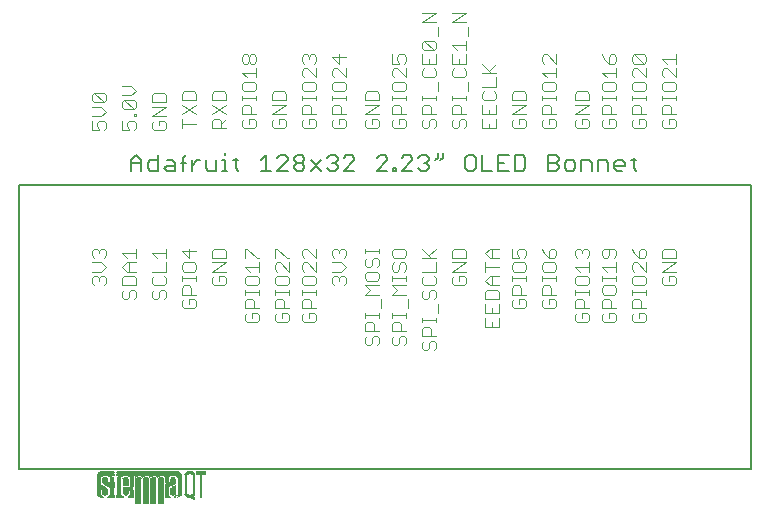
<source format=gbr>
G04 EAGLE Gerber RS-274X export*
G75*
%MOMM*%
%FSLAX34Y34*%
%LPD*%
%INSilkscreen Top*%
%IPPOS*%
%AMOC8*
5,1,8,0,0,1.08239X$1,22.5*%
G01*
%ADD10C,0.203200*%
%ADD11C,0.101600*%
%ADD12C,0.127000*%
%ADD13R,0.462278X0.022863*%
%ADD14R,0.462281X0.022863*%
%ADD15R,0.436881X0.022863*%
%ADD16R,0.462278X0.023113*%
%ADD17R,0.462281X0.023113*%
%ADD18R,0.436881X0.023113*%
%ADD19R,0.462278X0.023116*%
%ADD20R,0.462281X0.023116*%
%ADD21R,0.436881X0.023116*%
%ADD22R,0.022863X0.023113*%
%ADD23R,0.091441X0.023116*%
%ADD24R,0.139700X0.023113*%
%ADD25R,0.185419X0.023116*%
%ADD26R,0.254000X0.023113*%
%ADD27R,0.299719X0.023113*%
%ADD28R,0.345438X0.023116*%
%ADD29R,0.391159X0.023113*%
%ADD30R,0.393700X0.023116*%
%ADD31R,0.325119X0.022863*%
%ADD32R,0.599438X0.022863*%
%ADD33R,0.622300X0.022863*%
%ADD34R,0.530859X0.022863*%
%ADD35R,0.439422X0.022863*%
%ADD36R,0.231138X0.022863*%
%ADD37R,0.071119X0.022863*%
%ADD38R,0.533400X0.022863*%
%ADD39R,0.208281X0.022863*%
%ADD40R,0.345441X0.023113*%
%ADD41R,0.576578X0.023113*%
%ADD42R,0.599438X0.023113*%
%ADD43R,0.508000X0.023113*%
%ADD44R,0.416563X0.023113*%
%ADD45R,0.208278X0.023113*%
%ADD46R,0.553722X0.023113*%
%ADD47R,0.208281X0.023113*%
%ADD48R,0.345441X0.023116*%
%ADD49R,0.530859X0.023116*%
%ADD50R,0.370841X0.023116*%
%ADD51R,0.162559X0.023116*%
%ADD52R,0.576581X0.023116*%
%ADD53R,0.208281X0.023116*%
%ADD54R,0.322578X0.023113*%
%ADD55R,0.485137X0.023113*%
%ADD56R,0.416559X0.023113*%
%ADD57R,0.347981X0.023113*%
%ADD58R,0.116838X0.023113*%
%ADD59R,0.647700X0.023113*%
%ADD60R,0.322581X0.023116*%
%ADD61R,0.485137X0.023116*%
%ADD62R,0.093978X0.023116*%
%ADD63R,0.231141X0.023116*%
%ADD64R,0.693419X0.023116*%
%ADD65R,0.322581X0.023113*%
%ADD66R,0.439419X0.023113*%
%ADD67R,0.370841X0.023113*%
%ADD68R,0.299722X0.023113*%
%ADD69R,0.045719X0.023113*%
%ADD70R,0.739138X0.023113*%
%ADD71R,0.414019X0.023113*%
%ADD72R,0.347978X0.023113*%
%ADD73R,0.762000X0.023113*%
%ADD74R,0.414019X0.023116*%
%ADD75R,0.182881X0.023116*%
%ADD76R,0.347978X0.023116*%
%ADD77R,0.276863X0.023116*%
%ADD78R,0.116841X0.023116*%
%ADD79R,0.276859X0.023116*%
%ADD80R,0.784863X0.023116*%
%ADD81R,0.325119X0.023113*%
%ADD82R,0.276863X0.023113*%
%ADD83R,0.276859X0.023113*%
%ADD84R,0.325119X0.023116*%
%ADD85R,0.391159X0.023116*%
%ADD86R,0.302259X0.023116*%
%ADD87R,0.254000X0.023116*%
%ADD88R,0.302259X0.023113*%
%ADD89R,0.393700X0.023113*%
%ADD90R,0.231141X0.023113*%
%ADD91R,0.302259X0.022863*%
%ADD92R,0.439419X0.022863*%
%ADD93R,0.368300X0.022863*%
%ADD94R,0.391159X0.022863*%
%ADD95R,0.416559X0.022863*%
%ADD96R,0.276863X0.022863*%
%ADD97R,0.205741X0.022863*%
%ADD98R,0.368300X0.023113*%
%ADD99R,0.205741X0.023113*%
%ADD100R,0.368300X0.023116*%
%ADD101R,0.205741X0.023116*%
%ADD102R,0.182881X0.023113*%
%ADD103R,0.276859X0.022863*%
%ADD104R,0.182881X0.022863*%
%ADD105R,0.924559X0.023113*%
%ADD106R,0.924559X0.023116*%
%ADD107R,0.901700X0.023113*%
%ADD108R,0.901700X0.023116*%
%ADD109R,0.878841X0.023113*%
%ADD110R,0.855981X0.023116*%
%ADD111R,0.833119X0.023113*%
%ADD112R,0.787400X0.022863*%
%ADD113R,0.414019X0.022863*%
%ADD114R,0.924559X0.022863*%
%ADD115R,0.739141X0.023113*%
%ADD116R,0.716281X0.023116*%
%ADD117R,0.299722X0.023116*%
%ADD118R,0.670559X0.023113*%
%ADD119R,0.647700X0.023116*%
%ADD120R,0.508000X0.023116*%
%ADD121R,0.299719X0.023116*%
%ADD122R,0.601981X0.023113*%
%ADD123R,0.530859X0.023113*%
%ADD124R,0.231138X0.023113*%
%ADD125R,0.556259X0.023113*%
%ADD126R,0.185419X0.023113*%
%ADD127R,0.533400X0.023116*%
%ADD128R,0.599438X0.023116*%
%ADD129R,0.416563X0.023116*%
%ADD130R,0.116838X0.023116*%
%ADD131R,0.485141X0.023113*%
%ADD132R,0.645159X0.023113*%
%ADD133R,0.716278X0.023113*%
%ADD134R,0.393700X0.022863*%
%ADD135R,0.762000X0.022863*%
%ADD136R,0.624841X0.022863*%
%ADD137R,0.784859X0.023113*%
%ADD138R,0.693422X0.023113*%
%ADD139R,0.830578X0.023116*%
%ADD140R,0.739141X0.023116*%
%ADD141R,0.876300X0.023113*%
%ADD142R,0.807722X0.023113*%
%ADD143R,0.899159X0.023116*%
%ADD144R,0.878841X0.023116*%
%ADD145R,0.922019X0.023113*%
%ADD146R,0.947419X0.023113*%
%ADD147R,0.970278X0.023116*%
%ADD148R,0.970278X0.023113*%
%ADD149R,0.439419X0.023116*%
%ADD150R,0.299722X0.022863*%
%ADD151R,0.416559X0.023116*%
%ADD152R,0.347981X0.023116*%
%ADD153R,0.137159X0.023113*%
%ADD154R,0.093978X0.023113*%
%ADD155R,0.091441X0.023113*%
%ADD156R,0.093981X0.023113*%
%ADD157R,0.114300X0.023113*%
%ADD158R,0.045719X0.023116*%
%ADD159R,0.045722X0.023116*%
%ADD160R,0.071119X0.023113*%
%ADD161R,0.116841X0.023113*%
%ADD162R,0.139700X0.023116*%
%ADD163R,0.322581X0.022863*%
%ADD164R,0.345441X0.022863*%
%ADD165R,0.162559X0.022863*%
%ADD166R,0.576581X0.022863*%
%ADD167R,0.668019X0.023113*%
%ADD168R,0.533400X0.023113*%
%ADD169R,1.455419X0.023116*%
%ADD170R,5.519419X0.023116*%
%ADD171R,1.455419X0.023113*%
%ADD172R,5.519419X0.023113*%
%ADD173R,5.494019X0.023116*%
%ADD174R,1.430019X0.023113*%
%ADD175R,5.494019X0.023113*%
%ADD176R,1.430019X0.023116*%
%ADD177R,5.471159X0.023116*%
%ADD178R,0.762000X0.023116*%
%ADD179R,1.407159X0.023113*%
%ADD180R,5.471159X0.023113*%
%ADD181R,1.384300X0.022863*%
%ADD182R,5.448300X0.022863*%
%ADD183R,0.716278X0.022863*%
%ADD184R,0.878841X0.022863*%
%ADD185R,1.361438X0.023113*%
%ADD186R,5.425438X0.023113*%
%ADD187R,1.338578X0.023116*%
%ADD188R,5.402578X0.023116*%
%ADD189R,0.624841X0.023116*%
%ADD190R,1.292859X0.023113*%
%ADD191R,5.356859X0.023113*%
%ADD192R,1.224278X0.023116*%
%ADD193R,5.288278X0.023116*%


D10*
X109797Y281686D02*
X109797Y290499D01*
X114204Y294905D01*
X118610Y290499D01*
X118610Y281686D01*
X118610Y288296D02*
X109797Y288296D01*
X132643Y294905D02*
X132643Y281686D01*
X126033Y281686D01*
X123830Y283889D01*
X123830Y288296D01*
X126033Y290499D01*
X132643Y290499D01*
X140066Y290499D02*
X144472Y290499D01*
X146676Y288296D01*
X146676Y281686D01*
X140066Y281686D01*
X137863Y283889D01*
X140066Y286092D01*
X146676Y286092D01*
X154099Y281686D02*
X154099Y292702D01*
X156302Y294905D01*
X156302Y288296D02*
X151895Y288296D01*
X161251Y290499D02*
X161251Y281686D01*
X161251Y286092D02*
X165657Y290499D01*
X167860Y290499D01*
X172945Y290499D02*
X172945Y283889D01*
X175148Y281686D01*
X181757Y281686D01*
X181757Y290499D01*
X186977Y290499D02*
X189181Y290499D01*
X189181Y281686D01*
X191384Y281686D02*
X186977Y281686D01*
X189181Y294905D02*
X189181Y297109D01*
X198536Y292702D02*
X198536Y283889D01*
X200739Y281686D01*
X200739Y290499D02*
X196333Y290499D01*
X219721Y290499D02*
X224127Y294905D01*
X224127Y281686D01*
X219721Y281686D02*
X228533Y281686D01*
X233753Y281686D02*
X242566Y281686D01*
X233753Y281686D02*
X242566Y290499D01*
X242566Y292702D01*
X240363Y294905D01*
X235957Y294905D01*
X233753Y292702D01*
X247786Y292702D02*
X249989Y294905D01*
X254396Y294905D01*
X256599Y292702D01*
X256599Y290499D01*
X254396Y288296D01*
X256599Y286092D01*
X256599Y283889D01*
X254396Y281686D01*
X249989Y281686D01*
X247786Y283889D01*
X247786Y286092D01*
X249989Y288296D01*
X247786Y290499D01*
X247786Y292702D01*
X249989Y288296D02*
X254396Y288296D01*
X261819Y290499D02*
X270632Y281686D01*
X261819Y281686D02*
X270632Y290499D01*
X275852Y292702D02*
X278055Y294905D01*
X282461Y294905D01*
X284665Y292702D01*
X284665Y290499D01*
X282461Y288296D01*
X280258Y288296D01*
X282461Y288296D02*
X284665Y286092D01*
X284665Y283889D01*
X282461Y281686D01*
X278055Y281686D01*
X275852Y283889D01*
X289884Y281686D02*
X298697Y281686D01*
X289884Y281686D02*
X298697Y290499D01*
X298697Y292702D01*
X296494Y294905D01*
X292088Y294905D01*
X289884Y292702D01*
X317950Y281686D02*
X326763Y281686D01*
X317950Y281686D02*
X326763Y290499D01*
X326763Y292702D01*
X324560Y294905D01*
X320153Y294905D01*
X317950Y292702D01*
X331983Y283889D02*
X331983Y281686D01*
X331983Y283889D02*
X334186Y283889D01*
X334186Y281686D01*
X331983Y281686D01*
X338999Y281686D02*
X347812Y281686D01*
X338999Y281686D02*
X347812Y290499D01*
X347812Y292702D01*
X345609Y294905D01*
X341202Y294905D01*
X338999Y292702D01*
X353032Y292702D02*
X355235Y294905D01*
X359642Y294905D01*
X361845Y292702D01*
X361845Y290499D01*
X359642Y288296D01*
X357438Y288296D01*
X359642Y288296D02*
X361845Y286092D01*
X361845Y283889D01*
X359642Y281686D01*
X355235Y281686D01*
X353032Y283889D01*
X369268Y292702D02*
X369268Y297109D01*
X369268Y292702D02*
X367065Y290499D01*
X373674Y292702D02*
X373674Y297109D01*
X373674Y292702D02*
X371471Y290499D01*
X394995Y294905D02*
X399401Y294905D01*
X394995Y294905D02*
X392792Y292702D01*
X392792Y283889D01*
X394995Y281686D01*
X399401Y281686D01*
X401604Y283889D01*
X401604Y292702D01*
X399401Y294905D01*
X406824Y294905D02*
X406824Y281686D01*
X415637Y281686D01*
X420857Y294905D02*
X429670Y294905D01*
X420857Y294905D02*
X420857Y281686D01*
X429670Y281686D01*
X425263Y288296D02*
X420857Y288296D01*
X434890Y294905D02*
X434890Y281686D01*
X441499Y281686D01*
X443703Y283889D01*
X443703Y292702D01*
X441499Y294905D01*
X434890Y294905D01*
X462955Y294905D02*
X462955Y281686D01*
X462955Y294905D02*
X469565Y294905D01*
X471768Y292702D01*
X471768Y290499D01*
X469565Y288296D01*
X471768Y286092D01*
X471768Y283889D01*
X469565Y281686D01*
X462955Y281686D01*
X462955Y288296D02*
X469565Y288296D01*
X479191Y281686D02*
X483598Y281686D01*
X485801Y283889D01*
X485801Y288296D01*
X483598Y290499D01*
X479191Y290499D01*
X476988Y288296D01*
X476988Y283889D01*
X479191Y281686D01*
X491021Y281686D02*
X491021Y290499D01*
X497631Y290499D01*
X499834Y288296D01*
X499834Y281686D01*
X505054Y281686D02*
X505054Y290499D01*
X511663Y290499D01*
X513867Y288296D01*
X513867Y281686D01*
X521290Y281686D02*
X525696Y281686D01*
X521290Y281686D02*
X519087Y283889D01*
X519087Y288296D01*
X521290Y290499D01*
X525696Y290499D01*
X527899Y288296D01*
X527899Y286092D01*
X519087Y286092D01*
X535323Y283889D02*
X535323Y292702D01*
X535323Y283889D02*
X537526Y281686D01*
X537526Y290499D02*
X533119Y290499D01*
D11*
X76828Y316362D02*
X76828Y324158D01*
X76828Y316362D02*
X82675Y316362D01*
X80726Y320260D01*
X80726Y322209D01*
X82675Y324158D01*
X86573Y324158D01*
X88522Y322209D01*
X88522Y318311D01*
X86573Y316362D01*
X84624Y328056D02*
X76828Y328056D01*
X84624Y328056D02*
X88522Y331954D01*
X84624Y335852D01*
X76828Y335852D01*
X78777Y339750D02*
X86573Y339750D01*
X78777Y339750D02*
X76828Y341699D01*
X76828Y345597D01*
X78777Y347546D01*
X86573Y347546D01*
X88522Y345597D01*
X88522Y341699D01*
X86573Y339750D01*
X78777Y347546D01*
X102228Y324158D02*
X102228Y316362D01*
X108075Y316362D01*
X106126Y320260D01*
X106126Y322209D01*
X108075Y324158D01*
X111973Y324158D01*
X113922Y322209D01*
X113922Y318311D01*
X111973Y316362D01*
X111973Y328056D02*
X113922Y328056D01*
X111973Y328056D02*
X111973Y330005D01*
X113922Y330005D01*
X113922Y328056D01*
X111973Y333903D02*
X104177Y333903D01*
X102228Y335852D01*
X102228Y339750D01*
X104177Y341699D01*
X111973Y341699D01*
X113922Y339750D01*
X113922Y335852D01*
X111973Y333903D01*
X104177Y341699D01*
X102228Y345597D02*
X110024Y345597D01*
X113922Y349495D01*
X110024Y353393D01*
X102228Y353393D01*
X129577Y324158D02*
X127628Y322209D01*
X127628Y318311D01*
X129577Y316362D01*
X137373Y316362D01*
X139322Y318311D01*
X139322Y322209D01*
X137373Y324158D01*
X133475Y324158D01*
X133475Y320260D01*
X139322Y328056D02*
X127628Y328056D01*
X139322Y335852D01*
X127628Y335852D01*
X127628Y339750D02*
X139322Y339750D01*
X139322Y345597D01*
X137373Y347546D01*
X129577Y347546D01*
X127628Y345597D01*
X127628Y339750D01*
X153028Y321784D02*
X164722Y321784D01*
X153028Y317886D02*
X153028Y325682D01*
X153028Y329580D02*
X164722Y337376D01*
X164722Y329580D02*
X153028Y337376D01*
X153028Y341274D02*
X164722Y341274D01*
X164722Y347121D01*
X162773Y349070D01*
X154977Y349070D01*
X153028Y347121D01*
X153028Y341274D01*
X178428Y317886D02*
X190122Y317886D01*
X178428Y317886D02*
X178428Y323733D01*
X180377Y325682D01*
X184275Y325682D01*
X186224Y323733D01*
X186224Y317886D01*
X186224Y321784D02*
X190122Y325682D01*
X190122Y337376D02*
X178428Y329580D01*
X178428Y337376D02*
X190122Y329580D01*
X190122Y341274D02*
X178428Y341274D01*
X190122Y341274D02*
X190122Y347121D01*
X188173Y349070D01*
X180377Y349070D01*
X178428Y347121D01*
X178428Y341274D01*
X203828Y323733D02*
X205777Y325682D01*
X203828Y323733D02*
X203828Y319835D01*
X205777Y317886D01*
X213573Y317886D01*
X215522Y319835D01*
X215522Y323733D01*
X213573Y325682D01*
X209675Y325682D01*
X209675Y321784D01*
X215522Y329580D02*
X203828Y329580D01*
X203828Y335427D01*
X205777Y337376D01*
X209675Y337376D01*
X211624Y335427D01*
X211624Y329580D01*
X215522Y341274D02*
X215522Y345172D01*
X215522Y343223D02*
X203828Y343223D01*
X203828Y341274D02*
X203828Y345172D01*
X203828Y351019D02*
X203828Y354917D01*
X203828Y351019D02*
X205777Y349070D01*
X213573Y349070D01*
X215522Y351019D01*
X215522Y354917D01*
X213573Y356866D01*
X205777Y356866D01*
X203828Y354917D01*
X207726Y360764D02*
X203828Y364662D01*
X215522Y364662D01*
X215522Y360764D02*
X215522Y368560D01*
X205777Y372458D02*
X203828Y374407D01*
X203828Y378305D01*
X205777Y380254D01*
X207726Y380254D01*
X209675Y378305D01*
X211624Y380254D01*
X213573Y380254D01*
X215522Y378305D01*
X215522Y374407D01*
X213573Y372458D01*
X211624Y372458D01*
X209675Y374407D01*
X207726Y372458D01*
X205777Y372458D01*
X209675Y374407D02*
X209675Y378305D01*
X231177Y325682D02*
X229228Y323733D01*
X229228Y319835D01*
X231177Y317886D01*
X238973Y317886D01*
X240922Y319835D01*
X240922Y323733D01*
X238973Y325682D01*
X235075Y325682D01*
X235075Y321784D01*
X240922Y329580D02*
X229228Y329580D01*
X240922Y337376D01*
X229228Y337376D01*
X229228Y341274D02*
X240922Y341274D01*
X240922Y347121D01*
X238973Y349070D01*
X231177Y349070D01*
X229228Y347121D01*
X229228Y341274D01*
X254628Y323733D02*
X256577Y325682D01*
X254628Y323733D02*
X254628Y319835D01*
X256577Y317886D01*
X264373Y317886D01*
X266322Y319835D01*
X266322Y323733D01*
X264373Y325682D01*
X260475Y325682D01*
X260475Y321784D01*
X266322Y329580D02*
X254628Y329580D01*
X254628Y335427D01*
X256577Y337376D01*
X260475Y337376D01*
X262424Y335427D01*
X262424Y329580D01*
X266322Y341274D02*
X266322Y345172D01*
X266322Y343223D02*
X254628Y343223D01*
X254628Y341274D02*
X254628Y345172D01*
X254628Y351019D02*
X254628Y354917D01*
X254628Y351019D02*
X256577Y349070D01*
X264373Y349070D01*
X266322Y351019D01*
X266322Y354917D01*
X264373Y356866D01*
X256577Y356866D01*
X254628Y354917D01*
X266322Y360764D02*
X266322Y368560D01*
X266322Y360764D02*
X258526Y368560D01*
X256577Y368560D01*
X254628Y366611D01*
X254628Y362713D01*
X256577Y360764D01*
X256577Y372458D02*
X254628Y374407D01*
X254628Y378305D01*
X256577Y380254D01*
X258526Y380254D01*
X260475Y378305D01*
X260475Y376356D01*
X260475Y378305D02*
X262424Y380254D01*
X264373Y380254D01*
X266322Y378305D01*
X266322Y374407D01*
X264373Y372458D01*
X281977Y325682D02*
X280028Y323733D01*
X280028Y319835D01*
X281977Y317886D01*
X289773Y317886D01*
X291722Y319835D01*
X291722Y323733D01*
X289773Y325682D01*
X285875Y325682D01*
X285875Y321784D01*
X291722Y329580D02*
X280028Y329580D01*
X280028Y335427D01*
X281977Y337376D01*
X285875Y337376D01*
X287824Y335427D01*
X287824Y329580D01*
X291722Y341274D02*
X291722Y345172D01*
X291722Y343223D02*
X280028Y343223D01*
X280028Y341274D02*
X280028Y345172D01*
X280028Y351019D02*
X280028Y354917D01*
X280028Y351019D02*
X281977Y349070D01*
X289773Y349070D01*
X291722Y351019D01*
X291722Y354917D01*
X289773Y356866D01*
X281977Y356866D01*
X280028Y354917D01*
X291722Y360764D02*
X291722Y368560D01*
X291722Y360764D02*
X283926Y368560D01*
X281977Y368560D01*
X280028Y366611D01*
X280028Y362713D01*
X281977Y360764D01*
X280028Y378305D02*
X291722Y378305D01*
X285875Y372458D02*
X280028Y378305D01*
X285875Y380254D02*
X285875Y372458D01*
X309917Y325682D02*
X307968Y323733D01*
X307968Y319835D01*
X309917Y317886D01*
X317713Y317886D01*
X319662Y319835D01*
X319662Y323733D01*
X317713Y325682D01*
X313815Y325682D01*
X313815Y321784D01*
X319662Y329580D02*
X307968Y329580D01*
X319662Y337376D01*
X307968Y337376D01*
X307968Y341274D02*
X319662Y341274D01*
X319662Y347121D01*
X317713Y349070D01*
X309917Y349070D01*
X307968Y347121D01*
X307968Y341274D01*
X330828Y323733D02*
X332777Y325682D01*
X330828Y323733D02*
X330828Y319835D01*
X332777Y317886D01*
X340573Y317886D01*
X342522Y319835D01*
X342522Y323733D01*
X340573Y325682D01*
X336675Y325682D01*
X336675Y321784D01*
X342522Y329580D02*
X330828Y329580D01*
X330828Y335427D01*
X332777Y337376D01*
X336675Y337376D01*
X338624Y335427D01*
X338624Y329580D01*
X342522Y341274D02*
X342522Y345172D01*
X342522Y343223D02*
X330828Y343223D01*
X330828Y341274D02*
X330828Y345172D01*
X330828Y351019D02*
X330828Y354917D01*
X330828Y351019D02*
X332777Y349070D01*
X340573Y349070D01*
X342522Y351019D01*
X342522Y354917D01*
X340573Y356866D01*
X332777Y356866D01*
X330828Y354917D01*
X342522Y360764D02*
X342522Y368560D01*
X342522Y360764D02*
X334726Y368560D01*
X332777Y368560D01*
X330828Y366611D01*
X330828Y362713D01*
X332777Y360764D01*
X330828Y372458D02*
X330828Y380254D01*
X330828Y372458D02*
X336675Y372458D01*
X334726Y376356D01*
X334726Y378305D01*
X336675Y380254D01*
X340573Y380254D01*
X342522Y378305D01*
X342522Y374407D01*
X340573Y372458D01*
X358177Y325682D02*
X356228Y323733D01*
X356228Y319835D01*
X358177Y317886D01*
X360126Y317886D01*
X362075Y319835D01*
X362075Y323733D01*
X364024Y325682D01*
X365973Y325682D01*
X367922Y323733D01*
X367922Y319835D01*
X365973Y317886D01*
X367922Y329580D02*
X356228Y329580D01*
X356228Y335427D01*
X358177Y337376D01*
X362075Y337376D01*
X364024Y335427D01*
X364024Y329580D01*
X367922Y341274D02*
X367922Y345172D01*
X367922Y343223D02*
X356228Y343223D01*
X356228Y341274D02*
X356228Y345172D01*
X369871Y349070D02*
X369871Y356866D01*
X358177Y368560D02*
X356228Y366611D01*
X356228Y362713D01*
X358177Y360764D01*
X365973Y360764D01*
X367922Y362713D01*
X367922Y366611D01*
X365973Y368560D01*
X356228Y372458D02*
X356228Y380254D01*
X356228Y372458D02*
X367922Y372458D01*
X367922Y380254D01*
X362075Y376356D02*
X362075Y372458D01*
X365973Y384152D02*
X358177Y384152D01*
X356228Y386101D01*
X356228Y389999D01*
X358177Y391948D01*
X365973Y391948D01*
X367922Y389999D01*
X367922Y386101D01*
X365973Y384152D01*
X358177Y391948D01*
X369871Y395846D02*
X369871Y403642D01*
X367922Y407540D02*
X356228Y407540D01*
X367922Y415336D01*
X356228Y415336D01*
X383577Y325682D02*
X381628Y323733D01*
X381628Y319835D01*
X383577Y317886D01*
X385526Y317886D01*
X387475Y319835D01*
X387475Y323733D01*
X389424Y325682D01*
X391373Y325682D01*
X393322Y323733D01*
X393322Y319835D01*
X391373Y317886D01*
X393322Y329580D02*
X381628Y329580D01*
X381628Y335427D01*
X383577Y337376D01*
X387475Y337376D01*
X389424Y335427D01*
X389424Y329580D01*
X393322Y341274D02*
X393322Y345172D01*
X393322Y343223D02*
X381628Y343223D01*
X381628Y341274D02*
X381628Y345172D01*
X395271Y349070D02*
X395271Y356866D01*
X383577Y368560D02*
X381628Y366611D01*
X381628Y362713D01*
X383577Y360764D01*
X391373Y360764D01*
X393322Y362713D01*
X393322Y366611D01*
X391373Y368560D01*
X381628Y372458D02*
X381628Y380254D01*
X381628Y372458D02*
X393322Y372458D01*
X393322Y380254D01*
X387475Y376356D02*
X387475Y372458D01*
X385526Y384152D02*
X381628Y388050D01*
X393322Y388050D01*
X393322Y384152D02*
X393322Y391948D01*
X395271Y395846D02*
X395271Y403642D01*
X393322Y407540D02*
X381628Y407540D01*
X393322Y415336D01*
X381628Y415336D01*
X78777Y184760D02*
X76828Y186709D01*
X76828Y190607D01*
X78777Y192556D01*
X80726Y192556D01*
X82675Y190607D01*
X82675Y188658D01*
X82675Y190607D02*
X84624Y192556D01*
X86573Y192556D01*
X88522Y190607D01*
X88522Y186709D01*
X86573Y184760D01*
X84624Y196454D02*
X76828Y196454D01*
X84624Y196454D02*
X88522Y200352D01*
X84624Y204250D01*
X76828Y204250D01*
X78777Y208148D02*
X76828Y210097D01*
X76828Y213995D01*
X78777Y215944D01*
X80726Y215944D01*
X82675Y213995D01*
X82675Y212046D01*
X82675Y213995D02*
X84624Y215944D01*
X86573Y215944D01*
X88522Y213995D01*
X88522Y210097D01*
X86573Y208148D01*
X104177Y180862D02*
X102228Y178913D01*
X102228Y175015D01*
X104177Y173066D01*
X106126Y173066D01*
X108075Y175015D01*
X108075Y178913D01*
X110024Y180862D01*
X111973Y180862D01*
X113922Y178913D01*
X113922Y175015D01*
X111973Y173066D01*
X113922Y184760D02*
X102228Y184760D01*
X113922Y184760D02*
X113922Y190607D01*
X111973Y192556D01*
X104177Y192556D01*
X102228Y190607D01*
X102228Y184760D01*
X106126Y196454D02*
X113922Y196454D01*
X106126Y196454D02*
X102228Y200352D01*
X106126Y204250D01*
X113922Y204250D01*
X108075Y204250D02*
X108075Y196454D01*
X106126Y208148D02*
X102228Y212046D01*
X113922Y212046D01*
X113922Y208148D02*
X113922Y215944D01*
X129577Y180862D02*
X127628Y178913D01*
X127628Y175015D01*
X129577Y173066D01*
X131526Y173066D01*
X133475Y175015D01*
X133475Y178913D01*
X135424Y180862D01*
X137373Y180862D01*
X139322Y178913D01*
X139322Y175015D01*
X137373Y173066D01*
X127628Y190607D02*
X129577Y192556D01*
X127628Y190607D02*
X127628Y186709D01*
X129577Y184760D01*
X137373Y184760D01*
X139322Y186709D01*
X139322Y190607D01*
X137373Y192556D01*
X139322Y196454D02*
X127628Y196454D01*
X139322Y196454D02*
X139322Y204250D01*
X131526Y208148D02*
X127628Y212046D01*
X139322Y212046D01*
X139322Y208148D02*
X139322Y215944D01*
X154977Y173066D02*
X153028Y171117D01*
X153028Y167219D01*
X154977Y165270D01*
X162773Y165270D01*
X164722Y167219D01*
X164722Y171117D01*
X162773Y173066D01*
X158875Y173066D01*
X158875Y169168D01*
X164722Y176964D02*
X153028Y176964D01*
X153028Y182811D01*
X154977Y184760D01*
X158875Y184760D01*
X160824Y182811D01*
X160824Y176964D01*
X164722Y188658D02*
X164722Y192556D01*
X164722Y190607D02*
X153028Y190607D01*
X153028Y188658D02*
X153028Y192556D01*
X153028Y198403D02*
X153028Y202301D01*
X153028Y198403D02*
X154977Y196454D01*
X162773Y196454D01*
X164722Y198403D01*
X164722Y202301D01*
X162773Y204250D01*
X154977Y204250D01*
X153028Y202301D01*
X153028Y213995D02*
X164722Y213995D01*
X158875Y208148D02*
X153028Y213995D01*
X158875Y215944D02*
X158875Y208148D01*
X178428Y190607D02*
X180377Y192556D01*
X178428Y190607D02*
X178428Y186709D01*
X180377Y184760D01*
X188173Y184760D01*
X190122Y186709D01*
X190122Y190607D01*
X188173Y192556D01*
X184275Y192556D01*
X184275Y188658D01*
X190122Y196454D02*
X178428Y196454D01*
X190122Y204250D01*
X178428Y204250D01*
X178428Y208148D02*
X190122Y208148D01*
X190122Y213995D01*
X188173Y215944D01*
X180377Y215944D01*
X178428Y213995D01*
X178428Y208148D01*
X208317Y161372D02*
X206368Y159423D01*
X206368Y155525D01*
X208317Y153576D01*
X216113Y153576D01*
X218062Y155525D01*
X218062Y159423D01*
X216113Y161372D01*
X212215Y161372D01*
X212215Y157474D01*
X218062Y165270D02*
X206368Y165270D01*
X206368Y171117D01*
X208317Y173066D01*
X212215Y173066D01*
X214164Y171117D01*
X214164Y165270D01*
X218062Y176964D02*
X218062Y180862D01*
X218062Y178913D02*
X206368Y178913D01*
X206368Y176964D02*
X206368Y180862D01*
X206368Y186709D02*
X206368Y190607D01*
X206368Y186709D02*
X208317Y184760D01*
X216113Y184760D01*
X218062Y186709D01*
X218062Y190607D01*
X216113Y192556D01*
X208317Y192556D01*
X206368Y190607D01*
X210266Y196454D02*
X206368Y200352D01*
X218062Y200352D01*
X218062Y196454D02*
X218062Y204250D01*
X206368Y208148D02*
X206368Y215944D01*
X208317Y215944D01*
X216113Y208148D01*
X218062Y208148D01*
X233717Y161372D02*
X231768Y159423D01*
X231768Y155525D01*
X233717Y153576D01*
X241513Y153576D01*
X243462Y155525D01*
X243462Y159423D01*
X241513Y161372D01*
X237615Y161372D01*
X237615Y157474D01*
X243462Y165270D02*
X231768Y165270D01*
X231768Y171117D01*
X233717Y173066D01*
X237615Y173066D01*
X239564Y171117D01*
X239564Y165270D01*
X243462Y176964D02*
X243462Y180862D01*
X243462Y178913D02*
X231768Y178913D01*
X231768Y176964D02*
X231768Y180862D01*
X231768Y186709D02*
X231768Y190607D01*
X231768Y186709D02*
X233717Y184760D01*
X241513Y184760D01*
X243462Y186709D01*
X243462Y190607D01*
X241513Y192556D01*
X233717Y192556D01*
X231768Y190607D01*
X243462Y196454D02*
X243462Y204250D01*
X243462Y196454D02*
X235666Y204250D01*
X233717Y204250D01*
X231768Y202301D01*
X231768Y198403D01*
X233717Y196454D01*
X231768Y208148D02*
X231768Y215944D01*
X233717Y215944D01*
X241513Y208148D01*
X243462Y208148D01*
X256577Y161372D02*
X254628Y159423D01*
X254628Y155525D01*
X256577Y153576D01*
X264373Y153576D01*
X266322Y155525D01*
X266322Y159423D01*
X264373Y161372D01*
X260475Y161372D01*
X260475Y157474D01*
X266322Y165270D02*
X254628Y165270D01*
X254628Y171117D01*
X256577Y173066D01*
X260475Y173066D01*
X262424Y171117D01*
X262424Y165270D01*
X266322Y176964D02*
X266322Y180862D01*
X266322Y178913D02*
X254628Y178913D01*
X254628Y176964D02*
X254628Y180862D01*
X254628Y186709D02*
X254628Y190607D01*
X254628Y186709D02*
X256577Y184760D01*
X264373Y184760D01*
X266322Y186709D01*
X266322Y190607D01*
X264373Y192556D01*
X256577Y192556D01*
X254628Y190607D01*
X266322Y196454D02*
X266322Y204250D01*
X266322Y196454D02*
X258526Y204250D01*
X256577Y204250D01*
X254628Y202301D01*
X254628Y198403D01*
X256577Y196454D01*
X266322Y208148D02*
X266322Y215944D01*
X266322Y208148D02*
X258526Y215944D01*
X256577Y215944D01*
X254628Y213995D01*
X254628Y210097D01*
X256577Y208148D01*
X280028Y186709D02*
X281977Y184760D01*
X280028Y186709D02*
X280028Y190607D01*
X281977Y192556D01*
X283926Y192556D01*
X285875Y190607D01*
X285875Y188658D01*
X285875Y190607D02*
X287824Y192556D01*
X289773Y192556D01*
X291722Y190607D01*
X291722Y186709D01*
X289773Y184760D01*
X287824Y196454D02*
X280028Y196454D01*
X287824Y196454D02*
X291722Y200352D01*
X287824Y204250D01*
X280028Y204250D01*
X281977Y208148D02*
X280028Y210097D01*
X280028Y213995D01*
X281977Y215944D01*
X283926Y215944D01*
X285875Y213995D01*
X285875Y212046D01*
X285875Y213995D02*
X287824Y215944D01*
X289773Y215944D01*
X291722Y213995D01*
X291722Y210097D01*
X289773Y208148D01*
X309917Y141882D02*
X307968Y139933D01*
X307968Y136035D01*
X309917Y134086D01*
X311866Y134086D01*
X313815Y136035D01*
X313815Y139933D01*
X315764Y141882D01*
X317713Y141882D01*
X319662Y139933D01*
X319662Y136035D01*
X317713Y134086D01*
X319662Y145780D02*
X307968Y145780D01*
X307968Y151627D01*
X309917Y153576D01*
X313815Y153576D01*
X315764Y151627D01*
X315764Y145780D01*
X319662Y157474D02*
X319662Y161372D01*
X319662Y159423D02*
X307968Y159423D01*
X307968Y157474D02*
X307968Y161372D01*
X321611Y165270D02*
X321611Y173066D01*
X319662Y176964D02*
X307968Y176964D01*
X311866Y180862D01*
X307968Y184760D01*
X319662Y184760D01*
X307968Y190607D02*
X307968Y194505D01*
X307968Y190607D02*
X309917Y188658D01*
X317713Y188658D01*
X319662Y190607D01*
X319662Y194505D01*
X317713Y196454D01*
X309917Y196454D01*
X307968Y194505D01*
X307968Y206199D02*
X309917Y208148D01*
X307968Y206199D02*
X307968Y202301D01*
X309917Y200352D01*
X311866Y200352D01*
X313815Y202301D01*
X313815Y206199D01*
X315764Y208148D01*
X317713Y208148D01*
X319662Y206199D01*
X319662Y202301D01*
X317713Y200352D01*
X319662Y212046D02*
X319662Y215944D01*
X319662Y213995D02*
X307968Y213995D01*
X307968Y212046D02*
X307968Y215944D01*
X332777Y141882D02*
X330828Y139933D01*
X330828Y136035D01*
X332777Y134086D01*
X334726Y134086D01*
X336675Y136035D01*
X336675Y139933D01*
X338624Y141882D01*
X340573Y141882D01*
X342522Y139933D01*
X342522Y136035D01*
X340573Y134086D01*
X342522Y145780D02*
X330828Y145780D01*
X330828Y151627D01*
X332777Y153576D01*
X336675Y153576D01*
X338624Y151627D01*
X338624Y145780D01*
X342522Y157474D02*
X342522Y161372D01*
X342522Y159423D02*
X330828Y159423D01*
X330828Y157474D02*
X330828Y161372D01*
X344471Y165270D02*
X344471Y173066D01*
X342522Y176964D02*
X330828Y176964D01*
X334726Y180862D01*
X330828Y184760D01*
X342522Y184760D01*
X342522Y188658D02*
X342522Y192556D01*
X342522Y190607D02*
X330828Y190607D01*
X330828Y188658D02*
X330828Y192556D01*
X330828Y202301D02*
X332777Y204250D01*
X330828Y202301D02*
X330828Y198403D01*
X332777Y196454D01*
X334726Y196454D01*
X336675Y198403D01*
X336675Y202301D01*
X338624Y204250D01*
X340573Y204250D01*
X342522Y202301D01*
X342522Y198403D01*
X340573Y196454D01*
X330828Y210097D02*
X330828Y213995D01*
X330828Y210097D02*
X332777Y208148D01*
X340573Y208148D01*
X342522Y210097D01*
X342522Y213995D01*
X340573Y215944D01*
X332777Y215944D01*
X330828Y213995D01*
X358177Y137984D02*
X356228Y136035D01*
X356228Y132137D01*
X358177Y130188D01*
X360126Y130188D01*
X362075Y132137D01*
X362075Y136035D01*
X364024Y137984D01*
X365973Y137984D01*
X367922Y136035D01*
X367922Y132137D01*
X365973Y130188D01*
X367922Y141882D02*
X356228Y141882D01*
X356228Y147729D01*
X358177Y149678D01*
X362075Y149678D01*
X364024Y147729D01*
X364024Y141882D01*
X367922Y153576D02*
X367922Y157474D01*
X367922Y155525D02*
X356228Y155525D01*
X356228Y153576D02*
X356228Y157474D01*
X369871Y161372D02*
X369871Y169168D01*
X358177Y180862D02*
X356228Y178913D01*
X356228Y175015D01*
X358177Y173066D01*
X360126Y173066D01*
X362075Y175015D01*
X362075Y178913D01*
X364024Y180862D01*
X365973Y180862D01*
X367922Y178913D01*
X367922Y175015D01*
X365973Y173066D01*
X356228Y190607D02*
X358177Y192556D01*
X356228Y190607D02*
X356228Y186709D01*
X358177Y184760D01*
X365973Y184760D01*
X367922Y186709D01*
X367922Y190607D01*
X365973Y192556D01*
X367922Y196454D02*
X356228Y196454D01*
X367922Y196454D02*
X367922Y204250D01*
X367922Y208148D02*
X356228Y208148D01*
X364024Y208148D02*
X356228Y215944D01*
X362075Y210097D02*
X367922Y215944D01*
X383577Y192556D02*
X381628Y190607D01*
X381628Y186709D01*
X383577Y184760D01*
X391373Y184760D01*
X393322Y186709D01*
X393322Y190607D01*
X391373Y192556D01*
X387475Y192556D01*
X387475Y188658D01*
X393322Y196454D02*
X381628Y196454D01*
X393322Y204250D01*
X381628Y204250D01*
X381628Y208148D02*
X393322Y208148D01*
X393322Y213995D01*
X391373Y215944D01*
X383577Y215944D01*
X381628Y213995D01*
X381628Y208148D01*
X407028Y317886D02*
X407028Y325682D01*
X407028Y317886D02*
X418722Y317886D01*
X418722Y325682D01*
X412875Y321784D02*
X412875Y317886D01*
X407028Y329580D02*
X407028Y337376D01*
X407028Y329580D02*
X418722Y329580D01*
X418722Y337376D01*
X412875Y333478D02*
X412875Y329580D01*
X407028Y347121D02*
X408977Y349070D01*
X407028Y347121D02*
X407028Y343223D01*
X408977Y341274D01*
X416773Y341274D01*
X418722Y343223D01*
X418722Y347121D01*
X416773Y349070D01*
X418722Y352968D02*
X407028Y352968D01*
X418722Y352968D02*
X418722Y360764D01*
X418722Y364662D02*
X407028Y364662D01*
X414824Y364662D02*
X407028Y372458D01*
X412875Y366611D02*
X418722Y372458D01*
X434377Y325682D02*
X432428Y323733D01*
X432428Y319835D01*
X434377Y317886D01*
X442173Y317886D01*
X444122Y319835D01*
X444122Y323733D01*
X442173Y325682D01*
X438275Y325682D01*
X438275Y321784D01*
X444122Y329580D02*
X432428Y329580D01*
X444122Y337376D01*
X432428Y337376D01*
X432428Y341274D02*
X444122Y341274D01*
X444122Y347121D01*
X442173Y349070D01*
X434377Y349070D01*
X432428Y347121D01*
X432428Y341274D01*
X457828Y323733D02*
X459777Y325682D01*
X457828Y323733D02*
X457828Y319835D01*
X459777Y317886D01*
X467573Y317886D01*
X469522Y319835D01*
X469522Y323733D01*
X467573Y325682D01*
X463675Y325682D01*
X463675Y321784D01*
X469522Y329580D02*
X457828Y329580D01*
X457828Y335427D01*
X459777Y337376D01*
X463675Y337376D01*
X465624Y335427D01*
X465624Y329580D01*
X469522Y341274D02*
X469522Y345172D01*
X469522Y343223D02*
X457828Y343223D01*
X457828Y341274D02*
X457828Y345172D01*
X457828Y351019D02*
X457828Y354917D01*
X457828Y351019D02*
X459777Y349070D01*
X467573Y349070D01*
X469522Y351019D01*
X469522Y354917D01*
X467573Y356866D01*
X459777Y356866D01*
X457828Y354917D01*
X461726Y360764D02*
X457828Y364662D01*
X469522Y364662D01*
X469522Y360764D02*
X469522Y368560D01*
X469522Y372458D02*
X469522Y380254D01*
X469522Y372458D02*
X461726Y380254D01*
X459777Y380254D01*
X457828Y378305D01*
X457828Y374407D01*
X459777Y372458D01*
X487717Y325682D02*
X485768Y323733D01*
X485768Y319835D01*
X487717Y317886D01*
X495513Y317886D01*
X497462Y319835D01*
X497462Y323733D01*
X495513Y325682D01*
X491615Y325682D01*
X491615Y321784D01*
X497462Y329580D02*
X485768Y329580D01*
X497462Y337376D01*
X485768Y337376D01*
X485768Y341274D02*
X497462Y341274D01*
X497462Y347121D01*
X495513Y349070D01*
X487717Y349070D01*
X485768Y347121D01*
X485768Y341274D01*
X508628Y323733D02*
X510577Y325682D01*
X508628Y323733D02*
X508628Y319835D01*
X510577Y317886D01*
X518373Y317886D01*
X520322Y319835D01*
X520322Y323733D01*
X518373Y325682D01*
X514475Y325682D01*
X514475Y321784D01*
X520322Y329580D02*
X508628Y329580D01*
X508628Y335427D01*
X510577Y337376D01*
X514475Y337376D01*
X516424Y335427D01*
X516424Y329580D01*
X520322Y341274D02*
X520322Y345172D01*
X520322Y343223D02*
X508628Y343223D01*
X508628Y341274D02*
X508628Y345172D01*
X508628Y351019D02*
X508628Y354917D01*
X508628Y351019D02*
X510577Y349070D01*
X518373Y349070D01*
X520322Y351019D01*
X520322Y354917D01*
X518373Y356866D01*
X510577Y356866D01*
X508628Y354917D01*
X512526Y360764D02*
X508628Y364662D01*
X520322Y364662D01*
X520322Y360764D02*
X520322Y368560D01*
X510577Y376356D02*
X508628Y380254D01*
X510577Y376356D02*
X514475Y372458D01*
X518373Y372458D01*
X520322Y374407D01*
X520322Y378305D01*
X518373Y380254D01*
X516424Y380254D01*
X514475Y378305D01*
X514475Y372458D01*
X535977Y325682D02*
X534028Y323733D01*
X534028Y319835D01*
X535977Y317886D01*
X543773Y317886D01*
X545722Y319835D01*
X545722Y323733D01*
X543773Y325682D01*
X539875Y325682D01*
X539875Y321784D01*
X545722Y329580D02*
X534028Y329580D01*
X534028Y335427D01*
X535977Y337376D01*
X539875Y337376D01*
X541824Y335427D01*
X541824Y329580D01*
X545722Y341274D02*
X545722Y345172D01*
X545722Y343223D02*
X534028Y343223D01*
X534028Y341274D02*
X534028Y345172D01*
X534028Y351019D02*
X534028Y354917D01*
X534028Y351019D02*
X535977Y349070D01*
X543773Y349070D01*
X545722Y351019D01*
X545722Y354917D01*
X543773Y356866D01*
X535977Y356866D01*
X534028Y354917D01*
X545722Y360764D02*
X545722Y368560D01*
X545722Y360764D02*
X537926Y368560D01*
X535977Y368560D01*
X534028Y366611D01*
X534028Y362713D01*
X535977Y360764D01*
X535977Y372458D02*
X543773Y372458D01*
X535977Y372458D02*
X534028Y374407D01*
X534028Y378305D01*
X535977Y380254D01*
X543773Y380254D01*
X545722Y378305D01*
X545722Y374407D01*
X543773Y372458D01*
X535977Y380254D01*
X561377Y325682D02*
X559428Y323733D01*
X559428Y319835D01*
X561377Y317886D01*
X569173Y317886D01*
X571122Y319835D01*
X571122Y323733D01*
X569173Y325682D01*
X565275Y325682D01*
X565275Y321784D01*
X571122Y329580D02*
X559428Y329580D01*
X559428Y335427D01*
X561377Y337376D01*
X565275Y337376D01*
X567224Y335427D01*
X567224Y329580D01*
X571122Y341274D02*
X571122Y345172D01*
X571122Y343223D02*
X559428Y343223D01*
X559428Y341274D02*
X559428Y345172D01*
X559428Y351019D02*
X559428Y354917D01*
X559428Y351019D02*
X561377Y349070D01*
X569173Y349070D01*
X571122Y351019D01*
X571122Y354917D01*
X569173Y356866D01*
X561377Y356866D01*
X559428Y354917D01*
X571122Y360764D02*
X571122Y368560D01*
X571122Y360764D02*
X563326Y368560D01*
X561377Y368560D01*
X559428Y366611D01*
X559428Y362713D01*
X561377Y360764D01*
X563326Y372458D02*
X559428Y376356D01*
X571122Y376356D01*
X571122Y372458D02*
X571122Y380254D01*
X409568Y157474D02*
X409568Y149678D01*
X421262Y149678D01*
X421262Y157474D01*
X415415Y153576D02*
X415415Y149678D01*
X409568Y161372D02*
X409568Y169168D01*
X409568Y161372D02*
X421262Y161372D01*
X421262Y169168D01*
X415415Y165270D02*
X415415Y161372D01*
X409568Y173066D02*
X421262Y173066D01*
X421262Y178913D01*
X419313Y180862D01*
X411517Y180862D01*
X409568Y178913D01*
X409568Y173066D01*
X413466Y184760D02*
X421262Y184760D01*
X413466Y184760D02*
X409568Y188658D01*
X413466Y192556D01*
X421262Y192556D01*
X415415Y192556D02*
X415415Y184760D01*
X421262Y200352D02*
X409568Y200352D01*
X409568Y196454D02*
X409568Y204250D01*
X413466Y208148D02*
X421262Y208148D01*
X413466Y208148D02*
X409568Y212046D01*
X413466Y215944D01*
X421262Y215944D01*
X415415Y215944D02*
X415415Y208148D01*
X434377Y173066D02*
X432428Y171117D01*
X432428Y167219D01*
X434377Y165270D01*
X442173Y165270D01*
X444122Y167219D01*
X444122Y171117D01*
X442173Y173066D01*
X438275Y173066D01*
X438275Y169168D01*
X444122Y176964D02*
X432428Y176964D01*
X432428Y182811D01*
X434377Y184760D01*
X438275Y184760D01*
X440224Y182811D01*
X440224Y176964D01*
X444122Y188658D02*
X444122Y192556D01*
X444122Y190607D02*
X432428Y190607D01*
X432428Y188658D02*
X432428Y192556D01*
X432428Y198403D02*
X432428Y202301D01*
X432428Y198403D02*
X434377Y196454D01*
X442173Y196454D01*
X444122Y198403D01*
X444122Y202301D01*
X442173Y204250D01*
X434377Y204250D01*
X432428Y202301D01*
X432428Y208148D02*
X432428Y215944D01*
X432428Y208148D02*
X438275Y208148D01*
X436326Y212046D01*
X436326Y213995D01*
X438275Y215944D01*
X442173Y215944D01*
X444122Y213995D01*
X444122Y210097D01*
X442173Y208148D01*
X459777Y173066D02*
X457828Y171117D01*
X457828Y167219D01*
X459777Y165270D01*
X467573Y165270D01*
X469522Y167219D01*
X469522Y171117D01*
X467573Y173066D01*
X463675Y173066D01*
X463675Y169168D01*
X469522Y176964D02*
X457828Y176964D01*
X457828Y182811D01*
X459777Y184760D01*
X463675Y184760D01*
X465624Y182811D01*
X465624Y176964D01*
X469522Y188658D02*
X469522Y192556D01*
X469522Y190607D02*
X457828Y190607D01*
X457828Y188658D02*
X457828Y192556D01*
X457828Y198403D02*
X457828Y202301D01*
X457828Y198403D02*
X459777Y196454D01*
X467573Y196454D01*
X469522Y198403D01*
X469522Y202301D01*
X467573Y204250D01*
X459777Y204250D01*
X457828Y202301D01*
X459777Y212046D02*
X457828Y215944D01*
X459777Y212046D02*
X463675Y208148D01*
X467573Y208148D01*
X469522Y210097D01*
X469522Y213995D01*
X467573Y215944D01*
X465624Y215944D01*
X463675Y213995D01*
X463675Y208148D01*
X487717Y161372D02*
X485768Y159423D01*
X485768Y155525D01*
X487717Y153576D01*
X495513Y153576D01*
X497462Y155525D01*
X497462Y159423D01*
X495513Y161372D01*
X491615Y161372D01*
X491615Y157474D01*
X497462Y165270D02*
X485768Y165270D01*
X485768Y171117D01*
X487717Y173066D01*
X491615Y173066D01*
X493564Y171117D01*
X493564Y165270D01*
X497462Y176964D02*
X497462Y180862D01*
X497462Y178913D02*
X485768Y178913D01*
X485768Y176964D02*
X485768Y180862D01*
X485768Y186709D02*
X485768Y190607D01*
X485768Y186709D02*
X487717Y184760D01*
X495513Y184760D01*
X497462Y186709D01*
X497462Y190607D01*
X495513Y192556D01*
X487717Y192556D01*
X485768Y190607D01*
X489666Y196454D02*
X485768Y200352D01*
X497462Y200352D01*
X497462Y196454D02*
X497462Y204250D01*
X487717Y208148D02*
X485768Y210097D01*
X485768Y213995D01*
X487717Y215944D01*
X489666Y215944D01*
X491615Y213995D01*
X491615Y212046D01*
X491615Y213995D02*
X493564Y215944D01*
X495513Y215944D01*
X497462Y213995D01*
X497462Y210097D01*
X495513Y208148D01*
X510577Y161372D02*
X508628Y159423D01*
X508628Y155525D01*
X510577Y153576D01*
X518373Y153576D01*
X520322Y155525D01*
X520322Y159423D01*
X518373Y161372D01*
X514475Y161372D01*
X514475Y157474D01*
X520322Y165270D02*
X508628Y165270D01*
X508628Y171117D01*
X510577Y173066D01*
X514475Y173066D01*
X516424Y171117D01*
X516424Y165270D01*
X508628Y178913D02*
X508628Y182811D01*
X508628Y178913D02*
X510577Y176964D01*
X518373Y176964D01*
X520322Y178913D01*
X520322Y182811D01*
X518373Y184760D01*
X510577Y184760D01*
X508628Y182811D01*
X520322Y188658D02*
X520322Y192556D01*
X520322Y190607D02*
X508628Y190607D01*
X508628Y188658D02*
X508628Y192556D01*
X512526Y196454D02*
X508628Y200352D01*
X520322Y200352D01*
X520322Y196454D02*
X520322Y204250D01*
X518373Y208148D02*
X520322Y210097D01*
X520322Y213995D01*
X518373Y215944D01*
X510577Y215944D01*
X508628Y213995D01*
X508628Y210097D01*
X510577Y208148D01*
X512526Y208148D01*
X514475Y210097D01*
X514475Y215944D01*
X535977Y161372D02*
X534028Y159423D01*
X534028Y155525D01*
X535977Y153576D01*
X543773Y153576D01*
X545722Y155525D01*
X545722Y159423D01*
X543773Y161372D01*
X539875Y161372D01*
X539875Y157474D01*
X545722Y165270D02*
X534028Y165270D01*
X534028Y171117D01*
X535977Y173066D01*
X539875Y173066D01*
X541824Y171117D01*
X541824Y165270D01*
X545722Y176964D02*
X545722Y180862D01*
X545722Y178913D02*
X534028Y178913D01*
X534028Y176964D02*
X534028Y180862D01*
X534028Y186709D02*
X534028Y190607D01*
X534028Y186709D02*
X535977Y184760D01*
X543773Y184760D01*
X545722Y186709D01*
X545722Y190607D01*
X543773Y192556D01*
X535977Y192556D01*
X534028Y190607D01*
X545722Y196454D02*
X545722Y204250D01*
X545722Y196454D02*
X537926Y204250D01*
X535977Y204250D01*
X534028Y202301D01*
X534028Y198403D01*
X535977Y196454D01*
X535977Y212046D02*
X534028Y215944D01*
X535977Y212046D02*
X539875Y208148D01*
X543773Y208148D01*
X545722Y210097D01*
X545722Y213995D01*
X543773Y215944D01*
X541824Y215944D01*
X539875Y213995D01*
X539875Y208148D01*
X559428Y190607D02*
X561377Y192556D01*
X559428Y190607D02*
X559428Y186709D01*
X561377Y184760D01*
X569173Y184760D01*
X571122Y186709D01*
X571122Y190607D01*
X569173Y192556D01*
X565275Y192556D01*
X565275Y188658D01*
X571122Y196454D02*
X559428Y196454D01*
X571122Y204250D01*
X559428Y204250D01*
X559428Y208148D02*
X571122Y208148D01*
X571122Y213995D01*
X569173Y215944D01*
X561377Y215944D01*
X559428Y213995D01*
X559428Y208148D01*
D12*
X635000Y269520D02*
X635000Y29520D01*
X15000Y29520D02*
X15000Y269520D01*
X635000Y269520D01*
X635000Y29520D02*
X15000Y29520D01*
D13*
X116027Y0D03*
D14*
X122276Y0D03*
X128499Y0D03*
D15*
X134849Y0D03*
D16*
X116027Y230D03*
D17*
X122276Y230D03*
X128499Y230D03*
D18*
X134849Y230D03*
D19*
X116027Y461D03*
D20*
X122276Y461D03*
X128499Y461D03*
D21*
X134849Y461D03*
D16*
X116027Y692D03*
D17*
X122276Y692D03*
X128499Y692D03*
D18*
X134849Y692D03*
D19*
X116027Y923D03*
D20*
X122276Y923D03*
X128499Y923D03*
D21*
X134849Y923D03*
D16*
X116027Y1154D03*
D17*
X122276Y1154D03*
X128499Y1154D03*
D18*
X134849Y1154D03*
D16*
X116027Y1386D03*
D17*
X122276Y1386D03*
X128499Y1386D03*
D18*
X134849Y1386D03*
D19*
X116027Y1617D03*
D20*
X122276Y1617D03*
X128499Y1617D03*
D21*
X134849Y1617D03*
D16*
X116027Y1848D03*
D17*
X122276Y1848D03*
X128499Y1848D03*
D18*
X134849Y1848D03*
D19*
X116027Y2079D03*
D20*
X122276Y2079D03*
X128499Y2079D03*
D21*
X134849Y2079D03*
D16*
X116027Y2310D03*
D17*
X122276Y2310D03*
X128499Y2310D03*
D18*
X134849Y2310D03*
D13*
X116027Y2540D03*
D14*
X122276Y2540D03*
X128499Y2540D03*
D15*
X134849Y2540D03*
D16*
X116027Y2770D03*
D17*
X122276Y2770D03*
X128499Y2770D03*
D18*
X134849Y2770D03*
D22*
X163259Y2770D03*
D19*
X116027Y3001D03*
D20*
X122276Y3001D03*
X128499Y3001D03*
D21*
X134849Y3001D03*
D23*
X163144Y3001D03*
D16*
X116027Y3232D03*
D17*
X122276Y3232D03*
X128499Y3232D03*
D18*
X134849Y3232D03*
D24*
X162903Y3232D03*
D19*
X116027Y3463D03*
D20*
X122276Y3463D03*
X128499Y3463D03*
D21*
X134849Y3463D03*
D25*
X162903Y3463D03*
D16*
X116027Y3694D03*
D17*
X122276Y3694D03*
X128499Y3694D03*
D18*
X134849Y3694D03*
D26*
X162789Y3694D03*
D16*
X116027Y3926D03*
D17*
X122276Y3926D03*
X128499Y3926D03*
D18*
X134849Y3926D03*
D27*
X162560Y3926D03*
D19*
X116027Y4157D03*
D20*
X122276Y4157D03*
X128499Y4157D03*
D21*
X134849Y4157D03*
D28*
X162560Y4157D03*
D29*
X162331Y4388D03*
D30*
X161862Y4619D03*
D16*
X160833Y4850D03*
D31*
X84861Y5080D03*
D32*
X92710Y5080D03*
D33*
X100444Y5080D03*
D34*
X109461Y5080D03*
D13*
X116027Y5080D03*
D14*
X122276Y5080D03*
X128499Y5080D03*
D15*
X134849Y5080D03*
D35*
X141084Y5080D03*
D36*
X146749Y5080D03*
D37*
X149860Y5080D03*
D38*
X160020Y5080D03*
D39*
X169266Y5080D03*
D40*
X84506Y5310D03*
D41*
X92824Y5310D03*
D42*
X100330Y5310D03*
D43*
X109576Y5310D03*
D16*
X116027Y5310D03*
D17*
X122276Y5310D03*
X128499Y5310D03*
D18*
X134849Y5310D03*
D44*
X140970Y5310D03*
D45*
X146863Y5310D03*
D24*
X150203Y5310D03*
D46*
X159436Y5310D03*
D47*
X169266Y5310D03*
D48*
X84049Y5541D03*
D49*
X93053Y5541D03*
X99987Y5541D03*
D19*
X109804Y5541D03*
X116027Y5541D03*
D20*
X122276Y5541D03*
X128499Y5541D03*
D21*
X134849Y5541D03*
D50*
X140741Y5541D03*
D51*
X147091Y5541D03*
D25*
X150432Y5541D03*
D52*
X159322Y5541D03*
D53*
X169266Y5541D03*
D54*
X83706Y5772D03*
D55*
X93282Y5772D03*
D43*
X99873Y5772D03*
D56*
X110033Y5772D03*
D16*
X116027Y5772D03*
D17*
X122276Y5772D03*
X128499Y5772D03*
D18*
X134849Y5772D03*
D57*
X140627Y5772D03*
D58*
X147320Y5772D03*
D45*
X150546Y5772D03*
D59*
X159449Y5772D03*
D47*
X169266Y5772D03*
D60*
X83477Y6003D03*
D19*
X93396Y6003D03*
D61*
X99759Y6003D03*
D30*
X110147Y6003D03*
D19*
X116027Y6003D03*
D20*
X122276Y6003D03*
X128499Y6003D03*
D21*
X134849Y6003D03*
D60*
X140500Y6003D03*
D62*
X147434Y6003D03*
D63*
X150660Y6003D03*
D64*
X159449Y6003D03*
D53*
X169266Y6003D03*
D65*
X83249Y6234D03*
D66*
X93510Y6234D03*
D16*
X99644Y6234D03*
D67*
X110261Y6234D03*
D16*
X116027Y6234D03*
D17*
X122276Y6234D03*
X128499Y6234D03*
D18*
X134849Y6234D03*
D68*
X140386Y6234D03*
D69*
X147676Y6234D03*
D26*
X150774Y6234D03*
D70*
X159449Y6234D03*
D47*
X169266Y6234D03*
D65*
X83020Y6466D03*
D71*
X93637Y6466D03*
D66*
X99530Y6466D03*
D72*
X110376Y6466D03*
D16*
X116027Y6466D03*
D17*
X122276Y6466D03*
X128499Y6466D03*
D18*
X134849Y6466D03*
D68*
X140386Y6466D03*
D26*
X150774Y6466D03*
D73*
X159334Y6466D03*
D47*
X169266Y6466D03*
D60*
X83020Y6697D03*
D63*
X88100Y6697D03*
D74*
X93637Y6697D03*
X99403Y6697D03*
D75*
X105181Y6697D03*
D76*
X110376Y6697D03*
D19*
X116027Y6697D03*
D20*
X122276Y6697D03*
X128499Y6697D03*
D21*
X134849Y6697D03*
D77*
X140272Y6697D03*
D78*
X145009Y6697D03*
D79*
X150889Y6697D03*
D80*
X159449Y6697D03*
D53*
X169266Y6697D03*
D81*
X82779Y6928D03*
D65*
X88100Y6928D03*
D29*
X93751Y6928D03*
D71*
X99403Y6928D03*
D81*
X105181Y6928D03*
X110490Y6928D03*
D16*
X116027Y6928D03*
D17*
X122276Y6928D03*
X128499Y6928D03*
D18*
X134849Y6928D03*
D82*
X140272Y6928D03*
D83*
X145123Y6928D03*
X150889Y6928D03*
D82*
X156909Y6928D03*
D83*
X162217Y6928D03*
D47*
X169266Y6928D03*
D84*
X82779Y7159D03*
D50*
X88087Y7159D03*
D85*
X93751Y7159D03*
D74*
X99403Y7159D03*
D50*
X105181Y7159D03*
D84*
X110490Y7159D03*
D19*
X116027Y7159D03*
D20*
X122276Y7159D03*
X128499Y7159D03*
D21*
X134849Y7159D03*
D77*
X140272Y7159D03*
D48*
X145237Y7159D03*
D86*
X151016Y7159D03*
D87*
X156566Y7159D03*
D63*
X162446Y7159D03*
D53*
X169266Y7159D03*
D81*
X82779Y7390D03*
D56*
X88087Y7390D03*
D29*
X93751Y7390D03*
X99289Y7390D03*
D56*
X105181Y7390D03*
D88*
X110604Y7390D03*
D16*
X116027Y7390D03*
D17*
X122276Y7390D03*
X128499Y7390D03*
D18*
X134849Y7390D03*
D82*
X140272Y7390D03*
D89*
X145479Y7390D03*
D88*
X151016Y7390D03*
D90*
X156451Y7390D03*
D47*
X162560Y7390D03*
X169266Y7390D03*
D91*
X82664Y7620D03*
D92*
X87973Y7620D03*
D93*
X93866Y7620D03*
D94*
X99289Y7620D03*
D95*
X105181Y7620D03*
D91*
X110604Y7620D03*
D13*
X116027Y7620D03*
D14*
X122276Y7620D03*
X128499Y7620D03*
D15*
X134849Y7620D03*
D96*
X140272Y7620D03*
D92*
X145479Y7620D03*
D91*
X151016Y7620D03*
D97*
X156324Y7620D03*
D39*
X162560Y7620D03*
X169266Y7620D03*
D88*
X82664Y7850D03*
D16*
X88087Y7850D03*
D98*
X93866Y7850D03*
D29*
X99289Y7850D03*
D17*
X105181Y7850D03*
D88*
X110604Y7850D03*
D16*
X116027Y7850D03*
D17*
X122276Y7850D03*
X128499Y7850D03*
D18*
X134849Y7850D03*
D82*
X140272Y7850D03*
D16*
X145593Y7850D03*
D88*
X151016Y7850D03*
D99*
X156324Y7850D03*
D47*
X162789Y7850D03*
X169266Y7850D03*
D86*
X82664Y8081D03*
D19*
X88087Y8081D03*
D100*
X93866Y8081D03*
D85*
X99289Y8081D03*
D20*
X105181Y8081D03*
D86*
X110604Y8081D03*
D19*
X116027Y8081D03*
D20*
X122276Y8081D03*
X128499Y8081D03*
D21*
X134849Y8081D03*
D77*
X140272Y8081D03*
D19*
X145593Y8081D03*
D86*
X151016Y8081D03*
D101*
X156324Y8081D03*
D53*
X162789Y8081D03*
X169266Y8081D03*
D88*
X82664Y8312D03*
D16*
X88087Y8312D03*
D98*
X93866Y8312D03*
X99174Y8312D03*
D17*
X105181Y8312D03*
D88*
X110604Y8312D03*
D16*
X116027Y8312D03*
D17*
X122276Y8312D03*
X128499Y8312D03*
D18*
X134849Y8312D03*
D82*
X140272Y8312D03*
D16*
X145593Y8312D03*
D88*
X151016Y8312D03*
D99*
X156324Y8312D03*
D47*
X162789Y8312D03*
X169266Y8312D03*
D86*
X82664Y8543D03*
D19*
X88087Y8543D03*
D100*
X93866Y8543D03*
X99174Y8543D03*
D20*
X105181Y8543D03*
D86*
X110604Y8543D03*
D19*
X116027Y8543D03*
D20*
X122276Y8543D03*
X128499Y8543D03*
D21*
X134849Y8543D03*
D77*
X140272Y8543D03*
D19*
X145593Y8543D03*
D86*
X151016Y8543D03*
D75*
X156210Y8543D03*
D53*
X162789Y8543D03*
X169266Y8543D03*
D88*
X82664Y8774D03*
D16*
X88087Y8774D03*
D98*
X93866Y8774D03*
X99174Y8774D03*
D17*
X105181Y8774D03*
D88*
X110604Y8774D03*
D16*
X116027Y8774D03*
D17*
X122276Y8774D03*
X128499Y8774D03*
D18*
X134849Y8774D03*
D82*
X140272Y8774D03*
D16*
X145593Y8774D03*
D88*
X151016Y8774D03*
D102*
X156210Y8774D03*
D47*
X162789Y8774D03*
X169266Y8774D03*
D88*
X82664Y9006D03*
D16*
X88087Y9006D03*
D98*
X93866Y9006D03*
X99174Y9006D03*
D17*
X105181Y9006D03*
D83*
X110731Y9006D03*
D16*
X116027Y9006D03*
D17*
X122276Y9006D03*
X128499Y9006D03*
D18*
X134849Y9006D03*
D82*
X140272Y9006D03*
D16*
X145593Y9006D03*
D88*
X151016Y9006D03*
D102*
X156210Y9006D03*
D47*
X162789Y9006D03*
X169266Y9006D03*
D86*
X82664Y9237D03*
D19*
X88087Y9237D03*
D100*
X93866Y9237D03*
X99174Y9237D03*
D20*
X105181Y9237D03*
D79*
X110731Y9237D03*
D19*
X116027Y9237D03*
D20*
X122276Y9237D03*
X128499Y9237D03*
D21*
X134849Y9237D03*
D77*
X140272Y9237D03*
D19*
X145593Y9237D03*
D86*
X151016Y9237D03*
D75*
X156210Y9237D03*
D53*
X162789Y9237D03*
X169266Y9237D03*
D88*
X82664Y9468D03*
D16*
X88087Y9468D03*
D98*
X93866Y9468D03*
X99174Y9468D03*
D17*
X105181Y9468D03*
D83*
X110731Y9468D03*
D16*
X116027Y9468D03*
D17*
X122276Y9468D03*
X128499Y9468D03*
D18*
X134849Y9468D03*
D82*
X140272Y9468D03*
D16*
X145593Y9468D03*
D88*
X151016Y9468D03*
D102*
X156210Y9468D03*
D47*
X162789Y9468D03*
X169266Y9468D03*
D86*
X82664Y9699D03*
D19*
X88087Y9699D03*
D100*
X93866Y9699D03*
X99174Y9699D03*
D20*
X105181Y9699D03*
D79*
X110731Y9699D03*
D19*
X116027Y9699D03*
D20*
X122276Y9699D03*
X128499Y9699D03*
D21*
X134849Y9699D03*
D77*
X140272Y9699D03*
D19*
X145593Y9699D03*
D86*
X151016Y9699D03*
D75*
X156210Y9699D03*
D53*
X162789Y9699D03*
X169266Y9699D03*
D88*
X82664Y9930D03*
D16*
X88087Y9930D03*
D98*
X93866Y9930D03*
X99174Y9930D03*
D17*
X105181Y9930D03*
D83*
X110731Y9930D03*
D16*
X116027Y9930D03*
D17*
X122276Y9930D03*
X128499Y9930D03*
D18*
X134849Y9930D03*
D82*
X140272Y9930D03*
D16*
X145593Y9930D03*
D88*
X151016Y9930D03*
D102*
X156210Y9930D03*
D47*
X162789Y9930D03*
X169266Y9930D03*
D91*
X82664Y10160D03*
D13*
X88087Y10160D03*
D93*
X93866Y10160D03*
X99174Y10160D03*
D14*
X105181Y10160D03*
D103*
X110731Y10160D03*
D13*
X116027Y10160D03*
D14*
X122276Y10160D03*
X128499Y10160D03*
D15*
X134849Y10160D03*
D96*
X140272Y10160D03*
D13*
X145593Y10160D03*
D91*
X151016Y10160D03*
D104*
X156210Y10160D03*
D39*
X162789Y10160D03*
X169266Y10160D03*
D88*
X82664Y10390D03*
D16*
X88087Y10390D03*
D98*
X93866Y10390D03*
X99174Y10390D03*
D17*
X105181Y10390D03*
D83*
X110731Y10390D03*
D16*
X116027Y10390D03*
D17*
X122276Y10390D03*
X128499Y10390D03*
D18*
X134849Y10390D03*
D82*
X140272Y10390D03*
D16*
X145593Y10390D03*
D88*
X151016Y10390D03*
D102*
X156210Y10390D03*
D47*
X162789Y10390D03*
X169266Y10390D03*
D86*
X82664Y10621D03*
D19*
X88087Y10621D03*
D100*
X93866Y10621D03*
X99174Y10621D03*
D20*
X105181Y10621D03*
D79*
X110731Y10621D03*
D19*
X116027Y10621D03*
D20*
X122276Y10621D03*
X128499Y10621D03*
D21*
X134849Y10621D03*
D77*
X140272Y10621D03*
D19*
X145593Y10621D03*
D86*
X151016Y10621D03*
D75*
X156210Y10621D03*
D53*
X162789Y10621D03*
X169266Y10621D03*
D88*
X82664Y10852D03*
D16*
X88087Y10852D03*
D98*
X93866Y10852D03*
X99174Y10852D03*
D105*
X107493Y10852D03*
D16*
X116027Y10852D03*
D17*
X122276Y10852D03*
X128499Y10852D03*
D18*
X134849Y10852D03*
D82*
X140272Y10852D03*
D16*
X145593Y10852D03*
D88*
X151016Y10852D03*
D102*
X156210Y10852D03*
D47*
X162789Y10852D03*
X169266Y10852D03*
D86*
X82664Y11083D03*
D19*
X88087Y11083D03*
D100*
X93866Y11083D03*
X99174Y11083D03*
D106*
X107493Y11083D03*
D19*
X116027Y11083D03*
D20*
X122276Y11083D03*
X128499Y11083D03*
D21*
X134849Y11083D03*
D77*
X140272Y11083D03*
D19*
X145593Y11083D03*
D86*
X151016Y11083D03*
D75*
X156210Y11083D03*
D53*
X162789Y11083D03*
X169266Y11083D03*
D88*
X82664Y11314D03*
D66*
X87973Y11314D03*
D98*
X93866Y11314D03*
X99174Y11314D03*
D105*
X107493Y11314D03*
D16*
X116027Y11314D03*
D17*
X122276Y11314D03*
X128499Y11314D03*
D18*
X134849Y11314D03*
D82*
X140272Y11314D03*
D16*
X145593Y11314D03*
D88*
X151016Y11314D03*
D102*
X156210Y11314D03*
D47*
X162789Y11314D03*
X169266Y11314D03*
D107*
X85662Y11546D03*
D98*
X93866Y11546D03*
X99174Y11546D03*
D105*
X107493Y11546D03*
D16*
X116027Y11546D03*
D17*
X122276Y11546D03*
X128499Y11546D03*
D18*
X134849Y11546D03*
D82*
X140272Y11546D03*
D16*
X145593Y11546D03*
D88*
X151016Y11546D03*
D102*
X156210Y11546D03*
D47*
X162789Y11546D03*
X169266Y11546D03*
D108*
X85662Y11777D03*
D100*
X93866Y11777D03*
X99174Y11777D03*
D106*
X107493Y11777D03*
D19*
X116027Y11777D03*
D20*
X122276Y11777D03*
X128499Y11777D03*
D21*
X134849Y11777D03*
D77*
X140272Y11777D03*
D19*
X145593Y11777D03*
D86*
X151016Y11777D03*
D75*
X156210Y11777D03*
D53*
X162789Y11777D03*
X169266Y11777D03*
D109*
X85547Y12008D03*
D29*
X93751Y12008D03*
D98*
X99174Y12008D03*
D105*
X107493Y12008D03*
D16*
X116027Y12008D03*
D17*
X122276Y12008D03*
X128499Y12008D03*
D18*
X134849Y12008D03*
D82*
X140272Y12008D03*
D16*
X145593Y12008D03*
D88*
X151016Y12008D03*
D102*
X156210Y12008D03*
D47*
X162789Y12008D03*
X169266Y12008D03*
D110*
X85433Y12239D03*
D85*
X93751Y12239D03*
D100*
X99174Y12239D03*
D106*
X107493Y12239D03*
D19*
X116027Y12239D03*
D20*
X122276Y12239D03*
X128499Y12239D03*
D21*
X134849Y12239D03*
D77*
X140272Y12239D03*
D19*
X145593Y12239D03*
D86*
X151016Y12239D03*
D75*
X156210Y12239D03*
D53*
X162789Y12239D03*
X169266Y12239D03*
D111*
X85319Y12470D03*
D71*
X93637Y12470D03*
D98*
X99174Y12470D03*
D105*
X107493Y12470D03*
D16*
X116027Y12470D03*
D17*
X122276Y12470D03*
X128499Y12470D03*
D18*
X134849Y12470D03*
D82*
X140272Y12470D03*
D66*
X145707Y12470D03*
D88*
X151016Y12470D03*
D102*
X156210Y12470D03*
D47*
X162789Y12470D03*
X169266Y12470D03*
D112*
X85090Y12700D03*
D113*
X93637Y12700D03*
D93*
X99174Y12700D03*
D114*
X107493Y12700D03*
D13*
X116027Y12700D03*
D14*
X122276Y12700D03*
X128499Y12700D03*
D15*
X134849Y12700D03*
D96*
X140272Y12700D03*
D92*
X145707Y12700D03*
D91*
X151016Y12700D03*
D104*
X156210Y12700D03*
D39*
X162789Y12700D03*
X169266Y12700D03*
D115*
X84849Y12930D03*
D66*
X93510Y12930D03*
D98*
X99174Y12930D03*
D105*
X107493Y12930D03*
D16*
X116027Y12930D03*
D17*
X122276Y12930D03*
X128499Y12930D03*
D18*
X134849Y12930D03*
D68*
X140386Y12930D03*
D56*
X145821Y12930D03*
D88*
X151016Y12930D03*
D102*
X156210Y12930D03*
D47*
X162789Y12930D03*
X169266Y12930D03*
D116*
X84734Y13161D03*
D19*
X93396Y13161D03*
D100*
X99174Y13161D03*
D106*
X107493Y13161D03*
D19*
X116027Y13161D03*
D20*
X122276Y13161D03*
X128499Y13161D03*
D21*
X134849Y13161D03*
D117*
X140386Y13161D03*
D30*
X145936Y13161D03*
D86*
X151016Y13161D03*
D75*
X156210Y13161D03*
D53*
X162789Y13161D03*
X169266Y13161D03*
D118*
X84506Y13392D03*
D55*
X93282Y13392D03*
D98*
X99174Y13392D03*
D105*
X107493Y13392D03*
D16*
X116027Y13392D03*
D17*
X122276Y13392D03*
X128499Y13392D03*
D18*
X134849Y13392D03*
D65*
X140500Y13392D03*
D72*
X146164Y13392D03*
D88*
X151016Y13392D03*
D102*
X156210Y13392D03*
D47*
X162789Y13392D03*
X169266Y13392D03*
D119*
X84392Y13623D03*
D120*
X93167Y13623D03*
D100*
X99174Y13623D03*
D79*
X110731Y13623D03*
D19*
X116027Y13623D03*
D20*
X122276Y13623D03*
X128499Y13623D03*
D21*
X134849Y13623D03*
D60*
X140500Y13623D03*
D121*
X146406Y13623D03*
D86*
X151016Y13623D03*
D75*
X156210Y13623D03*
D53*
X162789Y13623D03*
X169266Y13623D03*
D122*
X84163Y13854D03*
D123*
X93053Y13854D03*
D98*
X99174Y13854D03*
D83*
X110731Y13854D03*
D16*
X116027Y13854D03*
D17*
X122276Y13854D03*
X128499Y13854D03*
D18*
X134849Y13854D03*
D57*
X140627Y13854D03*
D124*
X146749Y13854D03*
D88*
X151016Y13854D03*
D102*
X156210Y13854D03*
D47*
X162789Y13854D03*
X169266Y13854D03*
D125*
X83934Y14086D03*
D41*
X92824Y14086D03*
D98*
X99174Y14086D03*
D83*
X110731Y14086D03*
D16*
X116027Y14086D03*
D17*
X122276Y14086D03*
X128499Y14086D03*
D18*
X134849Y14086D03*
D67*
X140741Y14086D03*
D126*
X146977Y14086D03*
D88*
X151016Y14086D03*
D102*
X156210Y14086D03*
D47*
X162789Y14086D03*
X169266Y14086D03*
D127*
X83820Y14317D03*
D128*
X92710Y14317D03*
D100*
X99174Y14317D03*
D79*
X110731Y14317D03*
D19*
X116027Y14317D03*
D20*
X122276Y14317D03*
X128499Y14317D03*
D21*
X134849Y14317D03*
D129*
X140970Y14317D03*
D130*
X147320Y14317D03*
D86*
X151016Y14317D03*
D75*
X156210Y14317D03*
D53*
X162789Y14317D03*
X169266Y14317D03*
D131*
X83579Y14548D03*
D132*
X92481Y14548D03*
D98*
X99174Y14548D03*
D83*
X110731Y14548D03*
D16*
X116027Y14548D03*
D17*
X122276Y14548D03*
X128499Y14548D03*
D18*
X134849Y14548D03*
D17*
X141199Y14548D03*
D69*
X147676Y14548D03*
D88*
X151016Y14548D03*
D102*
X156210Y14548D03*
D47*
X162789Y14548D03*
X169266Y14548D03*
D20*
X83464Y14779D03*
D64*
X92240Y14779D03*
D100*
X99174Y14779D03*
D79*
X110731Y14779D03*
D19*
X116027Y14779D03*
D20*
X122276Y14779D03*
X128499Y14779D03*
D21*
X134849Y14779D03*
D120*
X141427Y14779D03*
D86*
X151016Y14779D03*
D75*
X156210Y14779D03*
D53*
X162789Y14779D03*
X169266Y14779D03*
D56*
X83236Y15010D03*
D133*
X92126Y15010D03*
D98*
X99174Y15010D03*
D83*
X110731Y15010D03*
D16*
X116027Y15010D03*
D17*
X122276Y15010D03*
X128499Y15010D03*
D18*
X134849Y15010D03*
D46*
X141656Y15010D03*
D88*
X151016Y15010D03*
D102*
X156210Y15010D03*
D47*
X162789Y15010D03*
X169266Y15010D03*
D134*
X83122Y15240D03*
D135*
X91897Y15240D03*
D93*
X99174Y15240D03*
D14*
X105181Y15240D03*
D103*
X110731Y15240D03*
D13*
X116027Y15240D03*
D14*
X122276Y15240D03*
X128499Y15240D03*
D15*
X134849Y15240D03*
D136*
X142011Y15240D03*
D91*
X151016Y15240D03*
D104*
X156210Y15240D03*
D39*
X162789Y15240D03*
X169266Y15240D03*
D67*
X83007Y15470D03*
D137*
X91783Y15470D03*
D98*
X99174Y15470D03*
D17*
X105181Y15470D03*
D83*
X110731Y15470D03*
D16*
X116027Y15470D03*
D17*
X122276Y15470D03*
X128499Y15470D03*
D18*
X134849Y15470D03*
D138*
X142354Y15470D03*
D88*
X151016Y15470D03*
D102*
X156210Y15470D03*
D47*
X162789Y15470D03*
X169266Y15470D03*
D50*
X83007Y15701D03*
D139*
X91554Y15701D03*
D100*
X99174Y15701D03*
D20*
X105181Y15701D03*
D79*
X110731Y15701D03*
D19*
X116027Y15701D03*
D20*
X122276Y15701D03*
X128499Y15701D03*
D21*
X134849Y15701D03*
D140*
X142583Y15701D03*
D86*
X151016Y15701D03*
D75*
X156210Y15701D03*
D53*
X162789Y15701D03*
X169266Y15701D03*
D57*
X82893Y15932D03*
D141*
X91326Y15932D03*
D98*
X99174Y15932D03*
D17*
X105181Y15932D03*
D83*
X110731Y15932D03*
D16*
X116027Y15932D03*
D17*
X122276Y15932D03*
X128499Y15932D03*
D18*
X134849Y15932D03*
D142*
X142926Y15932D03*
D88*
X151016Y15932D03*
D102*
X156210Y15932D03*
D47*
X162789Y15932D03*
X169266Y15932D03*
D84*
X82779Y16163D03*
D143*
X91211Y16163D03*
D100*
X99174Y16163D03*
D20*
X105181Y16163D03*
D79*
X110731Y16163D03*
D19*
X116027Y16163D03*
D20*
X122276Y16163D03*
X128499Y16163D03*
D21*
X134849Y16163D03*
D144*
X143281Y16163D03*
D86*
X151016Y16163D03*
D75*
X156210Y16163D03*
D53*
X162789Y16163D03*
X169266Y16163D03*
D81*
X82779Y16394D03*
D145*
X91097Y16394D03*
D98*
X99174Y16394D03*
D17*
X105181Y16394D03*
D83*
X110731Y16394D03*
D16*
X116027Y16394D03*
D17*
X122276Y16394D03*
X128499Y16394D03*
D18*
X134849Y16394D03*
D107*
X143396Y16394D03*
D88*
X151016Y16394D03*
D102*
X156210Y16394D03*
D47*
X162789Y16394D03*
X169266Y16394D03*
D81*
X82779Y16626D03*
D146*
X90970Y16626D03*
D98*
X99174Y16626D03*
D17*
X105181Y16626D03*
D83*
X110731Y16626D03*
D16*
X116027Y16626D03*
D17*
X122276Y16626D03*
X128499Y16626D03*
D18*
X134849Y16626D03*
D107*
X143396Y16626D03*
D88*
X151016Y16626D03*
D102*
X156210Y16626D03*
D47*
X162789Y16626D03*
X169266Y16626D03*
D86*
X82664Y16857D03*
D147*
X90856Y16857D03*
D100*
X99174Y16857D03*
D20*
X105181Y16857D03*
D79*
X110731Y16857D03*
D19*
X116027Y16857D03*
D20*
X122276Y16857D03*
X128499Y16857D03*
D21*
X134849Y16857D03*
D108*
X143396Y16857D03*
D86*
X151016Y16857D03*
D75*
X156210Y16857D03*
D53*
X162789Y16857D03*
X169266Y16857D03*
D88*
X82664Y17088D03*
D148*
X90856Y17088D03*
D98*
X99174Y17088D03*
D17*
X105181Y17088D03*
D83*
X110731Y17088D03*
D16*
X116027Y17088D03*
D17*
X122276Y17088D03*
X128499Y17088D03*
D18*
X134849Y17088D03*
D107*
X143396Y17088D03*
D88*
X151016Y17088D03*
D102*
X156210Y17088D03*
D47*
X162789Y17088D03*
X169266Y17088D03*
D86*
X82664Y17319D03*
D19*
X88087Y17319D03*
D100*
X93866Y17319D03*
X99174Y17319D03*
D20*
X105181Y17319D03*
D79*
X110731Y17319D03*
D19*
X116027Y17319D03*
D20*
X122276Y17319D03*
X128499Y17319D03*
D21*
X134849Y17319D03*
D108*
X143396Y17319D03*
D86*
X151016Y17319D03*
D75*
X156210Y17319D03*
D53*
X162789Y17319D03*
X169266Y17319D03*
D88*
X82664Y17550D03*
D16*
X88087Y17550D03*
D98*
X93866Y17550D03*
X99174Y17550D03*
D17*
X105181Y17550D03*
D83*
X110731Y17550D03*
D16*
X116027Y17550D03*
D17*
X122276Y17550D03*
X128499Y17550D03*
D18*
X134849Y17550D03*
D82*
X140272Y17550D03*
D66*
X145707Y17550D03*
D88*
X151016Y17550D03*
D102*
X156210Y17550D03*
D47*
X162789Y17550D03*
X169266Y17550D03*
D91*
X82664Y17780D03*
D13*
X88087Y17780D03*
D93*
X93866Y17780D03*
X99174Y17780D03*
D14*
X105181Y17780D03*
D103*
X110731Y17780D03*
D13*
X116027Y17780D03*
D14*
X122276Y17780D03*
X128499Y17780D03*
D15*
X134849Y17780D03*
D96*
X140272Y17780D03*
D92*
X145707Y17780D03*
D91*
X151016Y17780D03*
D104*
X156210Y17780D03*
D39*
X162789Y17780D03*
X169266Y17780D03*
D88*
X82664Y18010D03*
D16*
X88087Y18010D03*
D98*
X93866Y18010D03*
X99174Y18010D03*
D17*
X105181Y18010D03*
D83*
X110731Y18010D03*
D16*
X116027Y18010D03*
D17*
X122276Y18010D03*
X128499Y18010D03*
D18*
X134849Y18010D03*
D82*
X140272Y18010D03*
D66*
X145707Y18010D03*
D88*
X151016Y18010D03*
D102*
X156210Y18010D03*
D47*
X162789Y18010D03*
X169266Y18010D03*
D86*
X82664Y18241D03*
D19*
X88087Y18241D03*
D100*
X93866Y18241D03*
X99174Y18241D03*
D20*
X105181Y18241D03*
D79*
X110731Y18241D03*
D19*
X116027Y18241D03*
D20*
X122276Y18241D03*
X128499Y18241D03*
D21*
X134849Y18241D03*
D77*
X140272Y18241D03*
D149*
X145707Y18241D03*
D86*
X151016Y18241D03*
D75*
X156210Y18241D03*
D53*
X162789Y18241D03*
X169266Y18241D03*
D88*
X82664Y18472D03*
D16*
X88087Y18472D03*
D98*
X93866Y18472D03*
X99174Y18472D03*
D17*
X105181Y18472D03*
D83*
X110731Y18472D03*
D16*
X116027Y18472D03*
D17*
X122276Y18472D03*
X128499Y18472D03*
D18*
X134849Y18472D03*
D82*
X140272Y18472D03*
D66*
X145707Y18472D03*
D88*
X151016Y18472D03*
D102*
X156210Y18472D03*
D47*
X162789Y18472D03*
X169266Y18472D03*
D86*
X82664Y18703D03*
D19*
X88087Y18703D03*
D100*
X93866Y18703D03*
X99174Y18703D03*
D20*
X105181Y18703D03*
D79*
X110731Y18703D03*
D19*
X116027Y18703D03*
D20*
X122276Y18703D03*
X128499Y18703D03*
D21*
X134849Y18703D03*
D77*
X140272Y18703D03*
D149*
X145707Y18703D03*
D86*
X151016Y18703D03*
D75*
X156210Y18703D03*
D53*
X162789Y18703D03*
X169266Y18703D03*
D88*
X82664Y18934D03*
D16*
X88087Y18934D03*
D98*
X93866Y18934D03*
X99174Y18934D03*
D17*
X105181Y18934D03*
D83*
X110731Y18934D03*
D16*
X116027Y18934D03*
D17*
X122276Y18934D03*
X128499Y18934D03*
D18*
X134849Y18934D03*
D82*
X140272Y18934D03*
D66*
X145707Y18934D03*
D88*
X151016Y18934D03*
D102*
X156210Y18934D03*
D47*
X162789Y18934D03*
X169266Y18934D03*
D88*
X82664Y19166D03*
D16*
X88087Y19166D03*
D98*
X93866Y19166D03*
X99174Y19166D03*
D17*
X105181Y19166D03*
D83*
X110731Y19166D03*
D16*
X116027Y19166D03*
D17*
X122276Y19166D03*
X128499Y19166D03*
D18*
X134849Y19166D03*
D82*
X140272Y19166D03*
D66*
X145707Y19166D03*
D88*
X151016Y19166D03*
D102*
X156210Y19166D03*
D47*
X162789Y19166D03*
X169266Y19166D03*
D86*
X82664Y19397D03*
D19*
X88087Y19397D03*
D100*
X93866Y19397D03*
X99174Y19397D03*
D20*
X105181Y19397D03*
D79*
X110731Y19397D03*
D19*
X116027Y19397D03*
D20*
X122276Y19397D03*
X128499Y19397D03*
D21*
X134849Y19397D03*
D77*
X140272Y19397D03*
D149*
X145707Y19397D03*
D86*
X151016Y19397D03*
D75*
X156210Y19397D03*
D53*
X162789Y19397D03*
X169266Y19397D03*
D88*
X82664Y19628D03*
D16*
X88087Y19628D03*
D98*
X93866Y19628D03*
X99174Y19628D03*
D17*
X105181Y19628D03*
D88*
X110604Y19628D03*
D16*
X116027Y19628D03*
D17*
X122276Y19628D03*
X128499Y19628D03*
D18*
X134849Y19628D03*
D82*
X140272Y19628D03*
D66*
X145707Y19628D03*
D88*
X151016Y19628D03*
D102*
X156210Y19628D03*
D47*
X162789Y19628D03*
X169266Y19628D03*
D86*
X82664Y19859D03*
D19*
X88087Y19859D03*
D100*
X93866Y19859D03*
X99174Y19859D03*
D20*
X105181Y19859D03*
D86*
X110604Y19859D03*
D19*
X116027Y19859D03*
D20*
X122276Y19859D03*
X128499Y19859D03*
D21*
X134849Y19859D03*
D77*
X140272Y19859D03*
D149*
X145707Y19859D03*
D86*
X151016Y19859D03*
D75*
X156210Y19859D03*
D53*
X162789Y19859D03*
X169266Y19859D03*
D88*
X82664Y20090D03*
D16*
X88087Y20090D03*
D98*
X93866Y20090D03*
X99174Y20090D03*
D17*
X105181Y20090D03*
D88*
X110604Y20090D03*
D16*
X116027Y20090D03*
D17*
X122276Y20090D03*
X128499Y20090D03*
D18*
X134849Y20090D03*
D68*
X140386Y20090D03*
D66*
X145707Y20090D03*
D88*
X151016Y20090D03*
D102*
X156210Y20090D03*
D47*
X162789Y20090D03*
X169266Y20090D03*
D91*
X82664Y20320D03*
D13*
X88087Y20320D03*
D93*
X93866Y20320D03*
D94*
X99289Y20320D03*
D14*
X105181Y20320D03*
D91*
X110604Y20320D03*
D13*
X116027Y20320D03*
D14*
X122276Y20320D03*
X128499Y20320D03*
D15*
X134849Y20320D03*
D150*
X140386Y20320D03*
D92*
X145707Y20320D03*
D91*
X151016Y20320D03*
D104*
X156210Y20320D03*
D39*
X162789Y20320D03*
X169266Y20320D03*
D88*
X82664Y20550D03*
D66*
X87973Y20550D03*
D98*
X93866Y20550D03*
D29*
X99289Y20550D03*
D66*
X105067Y20550D03*
D88*
X110604Y20550D03*
D16*
X116027Y20550D03*
D17*
X122276Y20550D03*
X128499Y20550D03*
D18*
X134849Y20550D03*
D68*
X140386Y20550D03*
D56*
X145593Y20550D03*
D88*
X151016Y20550D03*
D102*
X156210Y20550D03*
D47*
X162789Y20550D03*
X169266Y20550D03*
D86*
X82664Y20781D03*
D151*
X88087Y20781D03*
D85*
X93751Y20781D03*
X99289Y20781D03*
D151*
X105181Y20781D03*
D86*
X110604Y20781D03*
D149*
X116142Y20781D03*
X122390Y20781D03*
X128613Y20781D03*
D74*
X134963Y20781D03*
D117*
X140386Y20781D03*
D151*
X145593Y20781D03*
D84*
X150901Y20781D03*
D75*
X156210Y20781D03*
D53*
X162789Y20781D03*
X169266Y20781D03*
D81*
X82779Y21012D03*
D56*
X88087Y21012D03*
D29*
X93751Y21012D03*
X99289Y21012D03*
D56*
X105181Y21012D03*
D88*
X110604Y21012D03*
D98*
X116269Y21012D03*
X122492Y21012D03*
D67*
X128727Y21012D03*
D29*
X135077Y21012D03*
D65*
X140272Y21012D03*
D67*
X145593Y21012D03*
D81*
X150901Y21012D03*
D102*
X156210Y21012D03*
D47*
X162789Y21012D03*
X169266Y21012D03*
D84*
X82779Y21243D03*
D50*
X88087Y21243D03*
D85*
X93751Y21243D03*
D74*
X99403Y21243D03*
D50*
X105181Y21243D03*
D84*
X110490Y21243D03*
D60*
X116497Y21243D03*
D48*
X122606Y21243D03*
D60*
X128969Y21243D03*
X135192Y21243D03*
D48*
X140386Y21243D03*
D152*
X145707Y21243D03*
D84*
X150901Y21243D03*
D75*
X156210Y21243D03*
D53*
X162789Y21243D03*
X169266Y21243D03*
D81*
X82779Y21474D03*
D65*
X88100Y21474D03*
D71*
X93637Y21474D03*
X99403Y21474D03*
D83*
X105169Y21474D03*
D81*
X110490Y21474D03*
D90*
X116497Y21474D03*
X122720Y21474D03*
D26*
X129083Y21474D03*
X135306Y21474D03*
D40*
X140386Y21474D03*
D83*
X145580Y21474D03*
D57*
X150787Y21474D03*
D102*
X156210Y21474D03*
D47*
X162789Y21474D03*
X169266Y21474D03*
D57*
X82893Y21706D03*
D126*
X88100Y21706D03*
D99*
X92596Y21706D03*
D90*
X100571Y21706D03*
D153*
X105181Y21706D03*
D72*
X110376Y21706D03*
D154*
X116726Y21706D03*
D155*
X122733Y21706D03*
D156*
X129197Y21706D03*
D155*
X135433Y21706D03*
D67*
X140513Y21706D03*
D157*
X145707Y21706D03*
D57*
X150787Y21706D03*
D102*
X156210Y21706D03*
D47*
X162789Y21706D03*
X169266Y21706D03*
D50*
X83007Y21937D03*
D63*
X92469Y21937D03*
X100571Y21937D03*
D76*
X110376Y21937D03*
D158*
X113944Y21937D03*
D159*
X119964Y21937D03*
X126187Y21937D03*
D158*
X132436Y21937D03*
D30*
X140399Y21937D03*
D50*
X150673Y21937D03*
D75*
X156210Y21937D03*
D53*
X162789Y21937D03*
X169266Y21937D03*
D67*
X83007Y22168D03*
D90*
X92469Y22168D03*
D26*
X100686Y22168D03*
D67*
X110261Y22168D03*
D160*
X114071Y22168D03*
D155*
X119964Y22168D03*
X126187Y22168D03*
D161*
X132537Y22168D03*
D56*
X140513Y22168D03*
D67*
X150673Y22168D03*
D102*
X156210Y22168D03*
D47*
X162789Y22168D03*
X169266Y22168D03*
D30*
X83122Y22399D03*
D87*
X92354Y22399D03*
D79*
X100800Y22399D03*
D30*
X110147Y22399D03*
D62*
X114186Y22399D03*
D51*
X120066Y22399D03*
D162*
X126429Y22399D03*
X132652Y22399D03*
D19*
X140513Y22399D03*
D30*
X150559Y22399D03*
D75*
X156210Y22399D03*
D53*
X162789Y22399D03*
X169266Y22399D03*
D56*
X83236Y22630D03*
D83*
X92240Y22630D03*
D68*
X100914Y22630D03*
D56*
X110033Y22630D03*
D24*
X114414Y22630D03*
D45*
X120066Y22630D03*
D126*
X126429Y22630D03*
X132652Y22630D03*
D43*
X140513Y22630D03*
D66*
X150330Y22630D03*
D102*
X156210Y22630D03*
D47*
X162789Y22630D03*
X169266Y22630D03*
D14*
X83464Y22860D03*
D163*
X92012Y22860D03*
D164*
X101143Y22860D03*
D13*
X109804Y22860D03*
D165*
X114529Y22860D03*
D103*
X120180Y22860D03*
D96*
X126429Y22860D03*
X132652Y22860D03*
D166*
X140627Y22860D03*
D14*
X150216Y22860D03*
D97*
X156324Y22860D03*
D39*
X162789Y22860D03*
X169266Y22860D03*
D43*
X83693Y23090D03*
D98*
X91783Y23090D03*
D29*
X101371Y23090D03*
D123*
X109461Y23090D03*
D124*
X114872Y23090D03*
D67*
X120193Y23090D03*
D98*
X126429Y23090D03*
D89*
X132779Y23090D03*
D167*
X140627Y23090D03*
D168*
X149860Y23090D03*
D99*
X156324Y23090D03*
D47*
X162789Y23090D03*
X169266Y23090D03*
D169*
X88430Y23321D03*
D170*
X124930Y23321D03*
D101*
X156324Y23321D03*
D53*
X162789Y23321D03*
X169266Y23321D03*
D171*
X88430Y23552D03*
D172*
X124930Y23552D03*
D99*
X156324Y23552D03*
D47*
X162789Y23552D03*
X169266Y23552D03*
D169*
X88430Y23783D03*
D170*
X124930Y23783D03*
D101*
X156324Y23783D03*
D63*
X162674Y23783D03*
D53*
X169266Y23783D03*
D171*
X88430Y24014D03*
D172*
X124930Y24014D03*
D90*
X156451Y24014D03*
X162674Y24014D03*
D47*
X169266Y24014D03*
D171*
X88430Y24246D03*
D172*
X124930Y24246D03*
D26*
X156566Y24246D03*
D90*
X162446Y24246D03*
D47*
X169266Y24246D03*
D169*
X88430Y24477D03*
D173*
X124803Y24477D03*
D77*
X156909Y24477D03*
D79*
X162217Y24477D03*
D144*
X169367Y24477D03*
D174*
X88557Y24708D03*
D175*
X124803Y24708D03*
D142*
X159563Y24708D03*
D109*
X169367Y24708D03*
D176*
X88557Y24939D03*
D177*
X124689Y24939D03*
D178*
X159563Y24939D03*
D144*
X169367Y24939D03*
D179*
X88671Y25170D03*
D180*
X124689Y25170D03*
D73*
X159563Y25170D03*
D109*
X169367Y25170D03*
D181*
X88786Y25400D03*
D182*
X124574Y25400D03*
D183*
X159563Y25400D03*
D184*
X169367Y25400D03*
D185*
X88900Y25630D03*
D186*
X124460Y25630D03*
D118*
X159563Y25630D03*
D109*
X169367Y25630D03*
D187*
X89014Y25861D03*
D188*
X124346Y25861D03*
D189*
X159563Y25861D03*
D144*
X169367Y25861D03*
D190*
X89243Y26092D03*
D191*
X124117Y26092D03*
D46*
X159436Y26092D03*
D109*
X169367Y26092D03*
D192*
X89586Y26323D03*
D193*
X123774Y26323D03*
D149*
X159550Y26323D03*
D144*
X169367Y26323D03*
M02*

</source>
